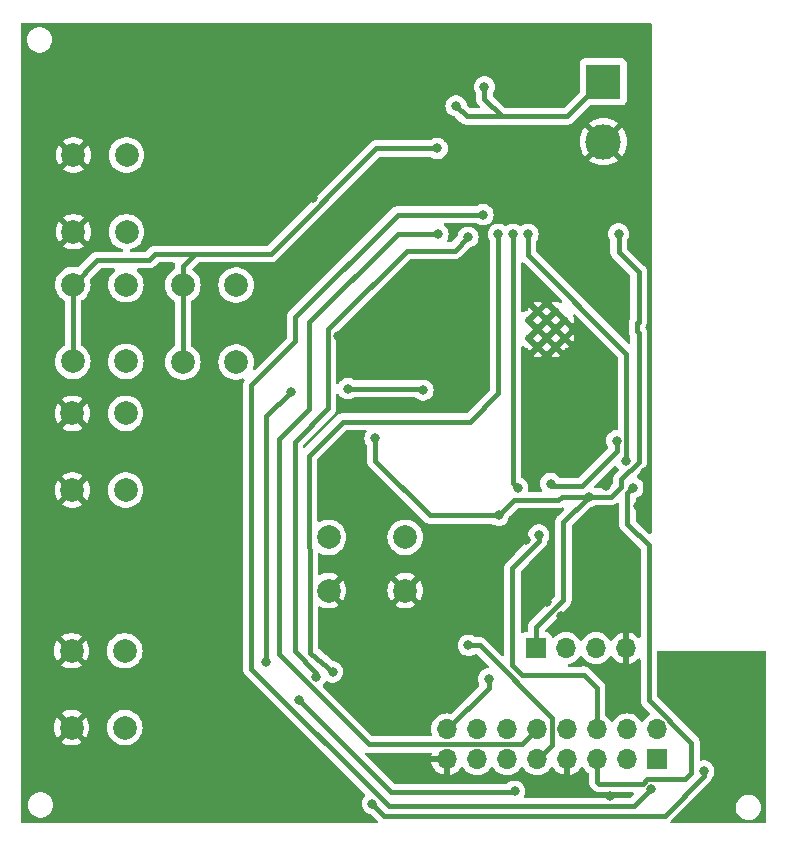
<source format=gbr>
%TF.GenerationSoftware,KiCad,Pcbnew,7.0.1*%
%TF.CreationDate,2023-04-20T18:11:54+02:00*%
%TF.ProjectId,PCB_Tetris,5043425f-5465-4747-9269-732e6b696361,rev?*%
%TF.SameCoordinates,Original*%
%TF.FileFunction,Copper,L2,Bot*%
%TF.FilePolarity,Positive*%
%FSLAX46Y46*%
G04 Gerber Fmt 4.6, Leading zero omitted, Abs format (unit mm)*
G04 Created by KiCad (PCBNEW 7.0.1) date 2023-04-20 18:11:54*
%MOMM*%
%LPD*%
G01*
G04 APERTURE LIST*
%TA.AperFunction,ComponentPad*%
%ADD10C,2.000000*%
%TD*%
%TA.AperFunction,ComponentPad*%
%ADD11R,1.700000X1.700000*%
%TD*%
%TA.AperFunction,ComponentPad*%
%ADD12O,1.700000X1.700000*%
%TD*%
%TA.AperFunction,ComponentPad*%
%ADD13R,3.000000X3.000000*%
%TD*%
%TA.AperFunction,ComponentPad*%
%ADD14C,3.000000*%
%TD*%
%TA.AperFunction,HeatsinkPad*%
%ADD15C,0.600000*%
%TD*%
%TA.AperFunction,ViaPad*%
%ADD16C,0.800000*%
%TD*%
%TA.AperFunction,Conductor*%
%ADD17C,0.400000*%
%TD*%
%TA.AperFunction,Conductor*%
%ADD18C,0.250000*%
%TD*%
G04 APERTURE END LIST*
D10*
%TO.P,FASTDROP1,1,1*%
%TO.N,+3.3V*%
X49850000Y-91925000D03*
X49850000Y-85425000D03*
%TO.P,FASTDROP1,2,2*%
%TO.N,GPIO35*%
X54350000Y-91925000D03*
X54350000Y-85425000D03*
%TD*%
%TO.P,HARDDROP1,1,1*%
%TO.N,GND*%
X49750000Y-122925000D03*
X49750000Y-116425000D03*
%TO.P,HARDDROP1,2,2*%
%TO.N,GPIO4*%
X54250000Y-122925000D03*
X54250000Y-116425000D03*
%TD*%
%TO.P,RECHTS1,1,1*%
%TO.N,GND*%
X49825000Y-102825000D03*
X49825000Y-96325000D03*
%TO.P,RECHTS1,2,2*%
%TO.N,GPIO19*%
X54325000Y-102825000D03*
X54325000Y-96325000D03*
%TD*%
%TO.P,ROTATE1,1,1*%
%TO.N,+3.3V*%
X59175000Y-91975000D03*
X59175000Y-85475000D03*
%TO.P,ROTATE1,2,2*%
%TO.N,GPIO2*%
X63675000Y-91975000D03*
X63675000Y-85475000D03*
%TD*%
%TO.P,RESET1,1,1*%
%TO.N,GND*%
X78000000Y-111325000D03*
X71500000Y-111325000D03*
%TO.P,RESET1,2,2*%
%TO.N,GPIO0*%
X78000000Y-106825000D03*
X71500000Y-106825000D03*
%TD*%
%TO.P,LINKS1,1,1*%
%TO.N,GND*%
X49900000Y-80950000D03*
X49900000Y-74450000D03*
%TO.P,LINKS1,2,2*%
%TO.N,GPIO13*%
X54400000Y-80950000D03*
X54400000Y-74450000D03*
%TD*%
D11*
%TO.P,Prog1,1,Pin_1*%
%TO.N,+3.3V*%
X89075000Y-116200000D03*
D12*
%TO.P,Prog1,2,Pin_2*%
%TO.N,RX0*%
X91615000Y-116200000D03*
%TO.P,Prog1,3,Pin_3*%
%TO.N,TX0*%
X94155000Y-116200000D03*
%TO.P,Prog1,4,Pin_4*%
%TO.N,GND*%
X96695000Y-116200000D03*
%TD*%
D13*
%TO.P,Kroonsteen1,1,Pin_1*%
%TO.N,VDD*%
X94775000Y-68245000D03*
D14*
%TO.P,Kroonsteen1,2,Pin_2*%
%TO.N,GND*%
X94775000Y-73325000D03*
%TD*%
D11*
%TO.P,J1,1,Pin_1*%
%TO.N,GPIO26*%
X99325000Y-125615000D03*
D12*
%TO.P,J1,2,Pin_2*%
%TO.N,GPIO25*%
X99325000Y-123075000D03*
%TO.P,J1,3,Pin_3*%
%TO.N,GND*%
X96785000Y-125615000D03*
%TO.P,J1,4,Pin_4*%
%TO.N,GPIO27*%
X96785000Y-123075000D03*
%TO.P,J1,5,Pin_5*%
%TO.N,GPIO22*%
X94245000Y-125615000D03*
%TO.P,J1,6,Pin_6*%
%TO.N,GPIO21*%
X94245000Y-123075000D03*
%TO.P,J1,7,Pin_7*%
%TO.N,GND*%
X91705000Y-125615000D03*
%TO.P,J1,8,Pin_8*%
%TO.N,GPIO23*%
X91705000Y-123075000D03*
%TO.P,J1,9,Pin_9*%
%TO.N,GPIO16*%
X89165000Y-125615000D03*
%TO.P,J1,10,Pin_10*%
%TO.N,GPIO12*%
X89165000Y-123075000D03*
%TO.P,J1,11,Pin_11*%
%TO.N,GPIO18*%
X86625000Y-125615000D03*
%TO.P,J1,12,Pin_12*%
%TO.N,GPIO17*%
X86625000Y-123075000D03*
%TO.P,J1,13,Pin_13*%
%TO.N,GPIO32*%
X84085000Y-125615000D03*
%TO.P,J1,14,Pin_14*%
%TO.N,GPIO15*%
X84085000Y-123075000D03*
%TO.P,J1,15,Pin_15*%
%TO.N,GND*%
X81545000Y-125615000D03*
%TO.P,J1,16,Pin_16*%
%TO.N,GPIO33*%
X81545000Y-123075000D03*
%TD*%
D15*
%TO.P,ESP32,39,GND*%
%TO.N,GND*%
X90728300Y-87678800D03*
X89203300Y-87678800D03*
X91490800Y-88441300D03*
X89965800Y-88441300D03*
X88440800Y-88441300D03*
X90728300Y-89203800D03*
X89203300Y-89203800D03*
X91490800Y-89966300D03*
X89965800Y-89966300D03*
X88440800Y-89966300D03*
X90728300Y-90728800D03*
X89203300Y-90728800D03*
%TD*%
D16*
%TO.N,GND*%
X78350000Y-72500000D03*
X94100000Y-64650000D03*
X98050000Y-77400000D03*
X91175000Y-78325000D03*
X68075000Y-75325000D03*
X71650000Y-82125000D03*
X67275000Y-85325000D03*
X56825000Y-94050000D03*
X47300000Y-94500000D03*
X59275000Y-110800000D03*
X104750000Y-119125000D03*
X96100000Y-119575000D03*
X82475000Y-118225000D03*
X77450000Y-125775000D03*
X98325000Y-101275000D03*
X97675000Y-104200000D03*
%TO.N,+3.3V*%
X80700000Y-73900000D03*
%TO.N,GND*%
X67825000Y-67475000D03*
%TO.N,+3.3V*%
X93522800Y-103378000D03*
X85902800Y-104952800D03*
X75438000Y-98450400D03*
X96062800Y-81127600D03*
%TO.N,GND*%
X91225000Y-113475000D03*
X94234000Y-85598000D03*
X83947000Y-89281000D03*
X82536300Y-112725000D03*
X68199000Y-125984000D03*
X92837000Y-94742000D03*
X95300000Y-128725000D03*
X102100000Y-119225000D03*
X95325000Y-93050000D03*
X62191000Y-103873000D03*
X62318000Y-78219000D03*
X105175000Y-124625000D03*
X72898000Y-98552000D03*
X77343000Y-86868000D03*
X76675000Y-69025000D03*
X95000000Y-102475000D03*
X89975000Y-112300000D03*
X75400000Y-112014000D03*
X72325000Y-89775000D03*
X74700000Y-71750000D03*
X94996000Y-108331000D03*
X92800000Y-127600500D03*
X60667000Y-84315000D03*
X52775000Y-97750000D03*
X88200000Y-107075000D03*
X52500000Y-109150000D03*
X58166000Y-125984000D03*
X74275000Y-115300000D03*
X62230000Y-118110000D03*
X57475000Y-68350000D03*
X70225000Y-78100000D03*
X94375000Y-104750000D03*
X80500000Y-109875000D03*
X77089000Y-115443000D03*
X88725000Y-110750000D03*
X85975000Y-79784298D03*
%TO.N,VDD*%
X84700000Y-68700000D03*
X82300000Y-70287500D03*
%TO.N,GPIO25*%
X103275000Y-126600000D03*
X71850000Y-118225000D03*
X85875000Y-81175000D03*
X75225000Y-129375000D03*
%TO.N,GPIO27*%
X69025000Y-120600000D03*
X70425000Y-118650000D03*
X83312000Y-81407000D03*
X87250000Y-128325500D03*
%TO.N,GPIO21*%
X89300000Y-106625000D03*
%TO.N,GPIO23*%
X95922500Y-98633800D03*
X90300000Y-102275000D03*
%TO.N,GPIO12*%
X80772000Y-81153000D03*
%TO.N,GPIO15*%
X79502000Y-94361000D03*
X73150000Y-94234000D03*
X66225000Y-117400000D03*
X68326000Y-94488000D03*
%TO.N,GPIO33*%
X87503000Y-102616000D03*
X87122000Y-81153000D03*
X85050000Y-118825000D03*
%TO.N,GPIO26*%
X98800000Y-128125000D03*
X84582000Y-79502000D03*
%TO.N,GPIO22*%
X97282000Y-102616000D03*
%TO.N,GPIO16*%
X83335800Y-115960800D03*
%TO.N,GPIO32*%
X88392000Y-81153000D03*
X96647000Y-100330000D03*
%TD*%
D17*
%TO.N,GND*%
X98325000Y-103550000D02*
X98325000Y-101275000D01*
X97675000Y-104200000D02*
X98325000Y-103550000D01*
%TO.N,GPIO22*%
X94245000Y-127520000D02*
X94245000Y-125615000D01*
X94400000Y-127675000D02*
X94245000Y-127520000D01*
X98118629Y-127675000D02*
X94400000Y-127675000D01*
X98468629Y-127325000D02*
X98118629Y-127675000D01*
X98625000Y-120600000D02*
X102225000Y-124200000D01*
X102225000Y-124200000D02*
X102225000Y-126800000D01*
X98625000Y-107500000D02*
X98625000Y-120600000D01*
X101700000Y-127325000D02*
X98468629Y-127325000D01*
X96800000Y-103098000D02*
X96800000Y-105675000D01*
X97282000Y-102616000D02*
X96800000Y-103098000D01*
X96800000Y-105675000D02*
X98625000Y-107500000D01*
X102225000Y-126800000D02*
X101700000Y-127325000D01*
%TO.N,+3.3V*%
X56275000Y-83350000D02*
X51925000Y-83350000D01*
X56775000Y-82850000D02*
X56275000Y-83350000D01*
X51925000Y-83350000D02*
X49850000Y-85425000D01*
X60175000Y-82850000D02*
X56775000Y-82850000D01*
X59175000Y-85475000D02*
X59175000Y-91975000D01*
X66606371Y-82850000D02*
X60175000Y-82850000D01*
X59175000Y-83850000D02*
X59175000Y-85475000D01*
X75556371Y-73900000D02*
X66606371Y-82850000D01*
X80700000Y-73900000D02*
X75556371Y-73900000D01*
X60175000Y-82850000D02*
X59175000Y-83850000D01*
X49850000Y-91925000D02*
X49850000Y-85425000D01*
X90938129Y-103675000D02*
X87180600Y-103675000D01*
X97625000Y-88695629D02*
X97750000Y-88570629D01*
X87180600Y-103675000D02*
X85902800Y-104952800D01*
X96300000Y-101921600D02*
X97750000Y-100471600D01*
X80060800Y-104952800D02*
X85902800Y-104952800D01*
X89075000Y-116200000D02*
X89075000Y-114450000D01*
X95447000Y-103378000D02*
X96300000Y-102525000D01*
X75438000Y-100330000D02*
X80060800Y-104952800D01*
X91375000Y-105525800D02*
X93522800Y-103378000D01*
X96300000Y-102525000D02*
X96300000Y-101921600D01*
X91375000Y-112150000D02*
X91375000Y-105525800D01*
X91235129Y-103378000D02*
X90938129Y-103675000D01*
X97750000Y-84338800D02*
X96062800Y-82651600D01*
X93522800Y-103378000D02*
X91235129Y-103378000D01*
X97750000Y-100471600D02*
X97750000Y-89483371D01*
X96062800Y-82651600D02*
X96062800Y-81127600D01*
X93522800Y-103378000D02*
X95447000Y-103378000D01*
X89075000Y-114450000D02*
X91375000Y-112150000D01*
X97750000Y-89483371D02*
X97625000Y-89358371D01*
X97750000Y-88570629D02*
X97750000Y-84338800D01*
X75438000Y-98450400D02*
X75438000Y-100330000D01*
X97625000Y-89358371D02*
X97625000Y-88695629D01*
%TO.N,VDD*%
X86175000Y-71175000D02*
X84700000Y-69700000D01*
X94775000Y-68245000D02*
X94655000Y-68245000D01*
X94655000Y-68245000D02*
X92475000Y-70425000D01*
X84700000Y-69700000D02*
X84700000Y-68700000D01*
X86175000Y-71175000D02*
X91725000Y-71175000D01*
X83187500Y-71175000D02*
X86175000Y-71175000D01*
X91725000Y-71175000D02*
X92475000Y-70425000D01*
X82300000Y-70287500D02*
X83187500Y-71175000D01*
%TO.N,GPIO25*%
X72700000Y-97025000D02*
X69825000Y-99900000D01*
X85875000Y-94600000D02*
X83450000Y-97025000D01*
X85875000Y-81175000D02*
X85875000Y-94600000D01*
X69825000Y-99900000D02*
X69925000Y-115400000D01*
X103275000Y-126600000D02*
X103275000Y-127050000D01*
X76225000Y-130375000D02*
X75225000Y-129375000D01*
X83450000Y-97025000D02*
X72700000Y-97025000D01*
X69925000Y-116575000D02*
X71850000Y-118225000D01*
X99950000Y-130375000D02*
X76225000Y-130375000D01*
X103275000Y-127050000D02*
X99950000Y-130375000D01*
X69925000Y-115400000D02*
X69925000Y-116575000D01*
%TO.N,GPIO27*%
X68625000Y-116475000D02*
X68625000Y-115700000D01*
X72216695Y-88429000D02*
X71792000Y-88853695D01*
X71450000Y-95900000D02*
X68625000Y-98725000D01*
X72226000Y-88429000D02*
X72216695Y-88429000D01*
X76800000Y-128375000D02*
X69025000Y-120600000D01*
X78105000Y-82550000D02*
X72226000Y-88429000D01*
X82169000Y-82550000D02*
X78105000Y-82550000D01*
D18*
X70425000Y-118650000D02*
X70425000Y-118275000D01*
D17*
X83312000Y-81407000D02*
X82169000Y-82550000D01*
X87200500Y-128375000D02*
X76800000Y-128375000D01*
X71792000Y-88853695D02*
X71792000Y-88863000D01*
X87250000Y-128325500D02*
X87200500Y-128375000D01*
X68625000Y-98725000D02*
X68625000Y-115700000D01*
X71792000Y-88863000D02*
X71450000Y-89205000D01*
X70425000Y-118275000D02*
X68625000Y-116475000D01*
X71450000Y-89205000D02*
X71450000Y-95900000D01*
%TO.N,GPIO21*%
X89300000Y-106625000D02*
X89300000Y-107169000D01*
X87825000Y-108644000D02*
X87825000Y-108675000D01*
X87925000Y-118475000D02*
X93100000Y-118475000D01*
X93125000Y-118450000D02*
X94245000Y-119570000D01*
X87075000Y-109425000D02*
X87075000Y-117625000D01*
X87825000Y-108675000D02*
X87075000Y-109425000D01*
X89300000Y-107169000D02*
X87825000Y-108644000D01*
X94245000Y-119570000D02*
X94245000Y-123075000D01*
X87075000Y-117625000D02*
X87925000Y-118475000D01*
X93100000Y-118475000D02*
X93125000Y-118450000D01*
%TO.N,GPIO23*%
X90514000Y-102489000D02*
X92964000Y-102489000D01*
X95922500Y-99530500D02*
X95922500Y-98633800D01*
X90300000Y-102275000D02*
X90514000Y-102489000D01*
X92964000Y-102489000D02*
X95922500Y-99530500D01*
%TO.N,GPIO12*%
X69875000Y-95950000D02*
X67300000Y-98525000D01*
X67300000Y-98525000D02*
X67300000Y-116700000D01*
X69875000Y-88621000D02*
X69875000Y-95950000D01*
X77343000Y-81153000D02*
X69875000Y-88621000D01*
X87890000Y-124350000D02*
X89165000Y-123075000D01*
X80772000Y-81153000D02*
X77343000Y-81153000D01*
X67300000Y-116700000D02*
X74950000Y-124350000D01*
X74950000Y-124350000D02*
X87890000Y-124350000D01*
%TO.N,GPIO15*%
X66225000Y-96589000D02*
X68326000Y-94488000D01*
X66225000Y-117400000D02*
X66225000Y-96589000D01*
X73150000Y-94234000D02*
X79375000Y-94234000D01*
X79375000Y-94234000D02*
X79502000Y-94361000D01*
%TO.N,GPIO33*%
X85050000Y-119570000D02*
X81545000Y-123075000D01*
X85050000Y-118825000D02*
X85050000Y-119570000D01*
X87503000Y-102616000D02*
X87122000Y-102235000D01*
X87122000Y-102235000D02*
X87122000Y-81153000D01*
%TO.N,GPIO26*%
X64975000Y-93925000D02*
X68700000Y-90200000D01*
X76581371Y-129600000D02*
X64975000Y-117993629D01*
X64975000Y-117993629D02*
X64975000Y-93925000D01*
X77343000Y-79502000D02*
X84582000Y-79502000D01*
X68700000Y-90200000D02*
X68700000Y-88145000D01*
X97325000Y-129600000D02*
X76581371Y-129600000D01*
X98800000Y-128125000D02*
X97325000Y-129600000D01*
X68700000Y-88145000D02*
X77343000Y-79502000D01*
%TO.N,GPIO16*%
X89235000Y-125615000D02*
X89165000Y-125615000D01*
X90415000Y-122090000D02*
X90415000Y-124435000D01*
X90415000Y-124435000D02*
X89235000Y-125615000D01*
X83335800Y-115960800D02*
X84285800Y-115960800D01*
X84285800Y-115960800D02*
X90415000Y-122090000D01*
%TO.N,GPIO32*%
X96725000Y-91264000D02*
X96725000Y-100252000D01*
X96725000Y-100252000D02*
X96647000Y-100330000D01*
X88392000Y-82931000D02*
X96725000Y-91264000D01*
X88392000Y-81153000D02*
X88392000Y-82931000D01*
%TD*%
%TA.AperFunction,Conductor*%
%TO.N,GND*%
G36*
X108513000Y-116440413D02*
G01*
X108558387Y-116485800D01*
X108575000Y-116547800D01*
X108575000Y-130926000D01*
X108558387Y-130988000D01*
X108513000Y-131033387D01*
X108451000Y-131050000D01*
X100565018Y-131050000D01*
X100508723Y-131036485D01*
X100464700Y-130998885D01*
X100442545Y-130945398D01*
X100447087Y-130887682D01*
X100477337Y-130838319D01*
X101640656Y-129675000D01*
X105969880Y-129675000D01*
X105988315Y-129873957D01*
X106042995Y-130066134D01*
X106132054Y-130244991D01*
X106252468Y-130404445D01*
X106400126Y-130539053D01*
X106570008Y-130644239D01*
X106738948Y-130709686D01*
X106756321Y-130716417D01*
X106952726Y-130753131D01*
X107152532Y-130753131D01*
X107152534Y-130753131D01*
X107348939Y-130716417D01*
X107473148Y-130668297D01*
X107535251Y-130644239D01*
X107543377Y-130639208D01*
X107705133Y-130539053D01*
X107852792Y-130404444D01*
X107973203Y-130244994D01*
X107973203Y-130244992D01*
X107973205Y-130244991D01*
X108062264Y-130066134D01*
X108116944Y-129873957D01*
X108119826Y-129842849D01*
X108135380Y-129675000D01*
X108116944Y-129476045D01*
X108116944Y-129476042D01*
X108062264Y-129283865D01*
X107973205Y-129105008D01*
X107852791Y-128945554D01*
X107705133Y-128810946D01*
X107535251Y-128705760D01*
X107348943Y-128633584D01*
X107348940Y-128633583D01*
X107348939Y-128633583D01*
X107152534Y-128596869D01*
X106952726Y-128596869D01*
X106756321Y-128633583D01*
X106756316Y-128633584D01*
X106570008Y-128705760D01*
X106400126Y-128810946D01*
X106252468Y-128945554D01*
X106132054Y-129105008D01*
X106042995Y-129283865D01*
X105988315Y-129476042D01*
X105969880Y-129675000D01*
X101640656Y-129675000D01*
X102039984Y-129275672D01*
X103752731Y-127562924D01*
X103758150Y-127557823D01*
X103803183Y-127517929D01*
X103837355Y-127468420D01*
X103841775Y-127462413D01*
X103878878Y-127415057D01*
X103883035Y-127405819D01*
X103894060Y-127386270D01*
X103899818Y-127377930D01*
X103921152Y-127321673D01*
X103923996Y-127314808D01*
X103948695Y-127259932D01*
X103950522Y-127249958D01*
X103956549Y-127228338D01*
X103960140Y-127218872D01*
X103960191Y-127218450D01*
X103970415Y-127182053D01*
X103991135Y-127150426D01*
X104007533Y-127132216D01*
X104102179Y-126968284D01*
X104160674Y-126788256D01*
X104180460Y-126600000D01*
X104160674Y-126411744D01*
X104111869Y-126261539D01*
X104102179Y-126231715D01*
X104007533Y-126067783D01*
X103880870Y-125927110D01*
X103727730Y-125815848D01*
X103554802Y-125738855D01*
X103369648Y-125699500D01*
X103369646Y-125699500D01*
X103180354Y-125699500D01*
X103180351Y-125699500D01*
X103075280Y-125721833D01*
X103020552Y-125721117D01*
X102971464Y-125696909D01*
X102937579Y-125653926D01*
X102925500Y-125600543D01*
X102925500Y-124224921D01*
X102925726Y-124217434D01*
X102927659Y-124185474D01*
X102929358Y-124157394D01*
X102918507Y-124098185D01*
X102917390Y-124090841D01*
X102910140Y-124031128D01*
X102906547Y-124021656D01*
X102900522Y-124000044D01*
X102898695Y-123990069D01*
X102874009Y-123935220D01*
X102871152Y-123928326D01*
X102849818Y-123872070D01*
X102849816Y-123872068D01*
X102849816Y-123872066D01*
X102844062Y-123863731D01*
X102833033Y-123844177D01*
X102828878Y-123834944D01*
X102791780Y-123787591D01*
X102787352Y-123781573D01*
X102753184Y-123732072D01*
X102741787Y-123721975D01*
X102708153Y-123692178D01*
X102702715Y-123687058D01*
X99361819Y-120346162D01*
X99334939Y-120305934D01*
X99325500Y-120258481D01*
X99325500Y-116547800D01*
X99342113Y-116485800D01*
X99387500Y-116440413D01*
X99449500Y-116423800D01*
X108451000Y-116423800D01*
X108513000Y-116440413D01*
G37*
%TD.AperFunction*%
%TA.AperFunction,Conductor*%
G36*
X98793800Y-63270113D02*
G01*
X98839187Y-63315500D01*
X98855800Y-63377500D01*
X98855800Y-106440781D01*
X98842285Y-106497076D01*
X98804685Y-106541099D01*
X98751198Y-106563254D01*
X98693482Y-106558712D01*
X98644119Y-106528462D01*
X97536819Y-105421162D01*
X97509939Y-105380934D01*
X97500500Y-105333481D01*
X97500500Y-103584965D01*
X97509529Y-103538514D01*
X97535302Y-103498828D01*
X97574064Y-103471686D01*
X97734730Y-103400151D01*
X97887870Y-103288889D01*
X98014533Y-103148216D01*
X98109179Y-102984284D01*
X98132503Y-102912500D01*
X98167674Y-102804256D01*
X98187460Y-102616000D01*
X98167674Y-102427744D01*
X98109179Y-102247716D01*
X98109179Y-102247715D01*
X98014533Y-102083783D01*
X97887870Y-101943110D01*
X97734732Y-101831849D01*
X97676351Y-101805857D01*
X97654383Y-101796076D01*
X97607441Y-101759565D01*
X97582896Y-101705394D01*
X97586398Y-101646026D01*
X97617137Y-101595118D01*
X98227731Y-100984524D01*
X98233150Y-100979423D01*
X98278183Y-100939529D01*
X98312377Y-100889989D01*
X98316770Y-100884019D01*
X98353878Y-100836656D01*
X98358035Y-100827418D01*
X98369061Y-100807868D01*
X98374818Y-100799530D01*
X98396152Y-100743274D01*
X98398994Y-100736411D01*
X98423695Y-100681531D01*
X98425522Y-100671556D01*
X98431549Y-100649939D01*
X98435140Y-100640472D01*
X98442387Y-100580779D01*
X98443514Y-100573377D01*
X98449643Y-100539932D01*
X98454358Y-100514206D01*
X98450726Y-100454166D01*
X98450500Y-100446679D01*
X98450500Y-89508292D01*
X98450726Y-89500805D01*
X98452738Y-89467543D01*
X98454358Y-89440765D01*
X98443507Y-89381556D01*
X98442390Y-89374212D01*
X98435140Y-89314499D01*
X98431547Y-89305027D01*
X98425522Y-89283415D01*
X98423695Y-89273440D01*
X98399009Y-89218591D01*
X98396152Y-89211697D01*
X98374818Y-89155441D01*
X98374816Y-89155439D01*
X98374816Y-89155437D01*
X98369062Y-89147102D01*
X98358032Y-89127546D01*
X98353878Y-89118315D01*
X98351890Y-89115778D01*
X98332283Y-89079753D01*
X98325500Y-89039303D01*
X98325500Y-89014697D01*
X98332282Y-88974249D01*
X98351888Y-88938226D01*
X98353005Y-88936799D01*
X98353878Y-88935685D01*
X98358035Y-88926447D01*
X98369061Y-88906897D01*
X98374818Y-88898559D01*
X98396152Y-88842303D01*
X98398994Y-88835440D01*
X98423695Y-88780560D01*
X98425522Y-88770585D01*
X98431549Y-88748968D01*
X98435140Y-88739501D01*
X98442387Y-88679808D01*
X98443514Y-88672406D01*
X98447066Y-88653023D01*
X98454358Y-88613235D01*
X98450726Y-88553195D01*
X98450500Y-88545708D01*
X98450500Y-84363710D01*
X98450726Y-84356223D01*
X98450793Y-84355103D01*
X98454357Y-84296194D01*
X98443509Y-84237001D01*
X98442392Y-84229656D01*
X98435140Y-84169928D01*
X98431546Y-84160452D01*
X98425520Y-84138836D01*
X98423694Y-84128868D01*
X98398997Y-84073995D01*
X98396155Y-84067134D01*
X98374818Y-84010870D01*
X98369058Y-84002526D01*
X98358039Y-83982990D01*
X98353878Y-83973743D01*
X98347365Y-83965430D01*
X98316785Y-83926396D01*
X98312354Y-83920377D01*
X98278183Y-83870871D01*
X98233153Y-83830978D01*
X98227715Y-83825858D01*
X96799619Y-82397762D01*
X96772739Y-82357534D01*
X96763300Y-82310081D01*
X96763300Y-81742992D01*
X96771536Y-81698555D01*
X96795150Y-81660020D01*
X96795333Y-81659816D01*
X96889979Y-81495884D01*
X96908500Y-81438882D01*
X96948474Y-81315856D01*
X96968260Y-81127600D01*
X96948474Y-80939344D01*
X96889979Y-80759316D01*
X96889979Y-80759315D01*
X96795333Y-80595383D01*
X96668670Y-80454710D01*
X96515530Y-80343448D01*
X96342602Y-80266455D01*
X96157448Y-80227100D01*
X96157446Y-80227100D01*
X95968154Y-80227100D01*
X95968152Y-80227100D01*
X95782997Y-80266455D01*
X95610069Y-80343448D01*
X95456929Y-80454710D01*
X95330266Y-80595383D01*
X95235620Y-80759315D01*
X95177126Y-80939342D01*
X95174456Y-80964744D01*
X95157340Y-81127600D01*
X95160010Y-81153000D01*
X95177126Y-81315857D01*
X95235620Y-81495884D01*
X95330266Y-81659816D01*
X95330450Y-81660020D01*
X95354064Y-81698555D01*
X95362300Y-81742992D01*
X95362300Y-82626679D01*
X95362074Y-82634166D01*
X95358441Y-82694207D01*
X95369283Y-82753371D01*
X95370410Y-82760772D01*
X95377660Y-82820473D01*
X95381250Y-82829939D01*
X95387275Y-82851552D01*
X95389103Y-82861529D01*
X95413791Y-82916383D01*
X95416656Y-82923301D01*
X95437980Y-82979526D01*
X95437982Y-82979530D01*
X95443741Y-82987873D01*
X95454761Y-83007413D01*
X95458920Y-83016654D01*
X95458921Y-83016655D01*
X95458922Y-83016657D01*
X95471860Y-83033171D01*
X95496016Y-83064005D01*
X95500451Y-83070032D01*
X95534617Y-83119529D01*
X95579647Y-83159422D01*
X95585083Y-83164540D01*
X97013181Y-84592638D01*
X97040061Y-84632866D01*
X97049500Y-84680319D01*
X97049500Y-88251560D01*
X97042717Y-88292010D01*
X97023110Y-88328034D01*
X97021122Y-88330571D01*
X97016963Y-88339812D01*
X97005939Y-88359357D01*
X97000182Y-88367697D01*
X96978853Y-88423934D01*
X96975989Y-88430848D01*
X96951303Y-88485699D01*
X96949475Y-88495676D01*
X96943454Y-88517277D01*
X96939859Y-88526757D01*
X96932609Y-88586456D01*
X96931483Y-88593855D01*
X96920641Y-88653020D01*
X96924274Y-88713063D01*
X96924500Y-88720550D01*
X96924500Y-89333450D01*
X96924274Y-89340937D01*
X96920641Y-89400978D01*
X96931483Y-89460142D01*
X96932610Y-89467543D01*
X96939860Y-89527244D01*
X96943450Y-89536710D01*
X96949475Y-89558323D01*
X96951303Y-89568300D01*
X96975991Y-89623154D01*
X96978856Y-89630072D01*
X97000180Y-89686297D01*
X97000182Y-89686301D01*
X97005941Y-89694644D01*
X97016961Y-89714184D01*
X97021120Y-89723425D01*
X97023110Y-89725965D01*
X97042717Y-89761989D01*
X97049500Y-89802439D01*
X97049500Y-90298482D01*
X97035985Y-90354777D01*
X96998385Y-90398800D01*
X96944898Y-90420955D01*
X96887182Y-90416413D01*
X96837819Y-90386163D01*
X93034396Y-86582740D01*
X89128819Y-82677162D01*
X89101939Y-82636934D01*
X89092500Y-82589481D01*
X89092500Y-81768392D01*
X89100736Y-81723955D01*
X89124350Y-81685420D01*
X89124533Y-81685216D01*
X89219179Y-81521284D01*
X89245953Y-81438882D01*
X89277674Y-81341256D01*
X89297460Y-81153000D01*
X89277674Y-80964744D01*
X89247332Y-80871363D01*
X89219179Y-80784715D01*
X89124533Y-80620783D01*
X88997870Y-80480110D01*
X88844730Y-80368848D01*
X88671802Y-80291855D01*
X88486648Y-80252500D01*
X88486646Y-80252500D01*
X88297354Y-80252500D01*
X88297352Y-80252500D01*
X88112197Y-80291855D01*
X87939269Y-80368848D01*
X87829885Y-80448320D01*
X87782781Y-80469292D01*
X87731219Y-80469292D01*
X87684115Y-80448320D01*
X87574730Y-80368848D01*
X87401802Y-80291855D01*
X87216648Y-80252500D01*
X87216646Y-80252500D01*
X87027354Y-80252500D01*
X87027352Y-80252500D01*
X86842197Y-80291855D01*
X86669272Y-80368846D01*
X86556244Y-80450966D01*
X86509140Y-80471937D01*
X86457578Y-80471937D01*
X86410474Y-80450965D01*
X86327730Y-80390848D01*
X86154802Y-80313855D01*
X85969648Y-80274500D01*
X85969646Y-80274500D01*
X85780354Y-80274500D01*
X85780352Y-80274500D01*
X85595197Y-80313855D01*
X85422269Y-80390848D01*
X85269129Y-80502110D01*
X85142466Y-80642783D01*
X85047820Y-80806715D01*
X84989326Y-80986742D01*
X84969540Y-81175000D01*
X84989326Y-81363257D01*
X85047820Y-81543284D01*
X85142466Y-81707216D01*
X85142650Y-81707420D01*
X85166264Y-81745955D01*
X85174500Y-81790392D01*
X85174500Y-94258481D01*
X85165061Y-94305934D01*
X85138181Y-94346162D01*
X83196162Y-96288181D01*
X83155934Y-96315061D01*
X83108481Y-96324500D01*
X72724921Y-96324500D01*
X72717434Y-96324274D01*
X72657391Y-96320641D01*
X72598226Y-96331483D01*
X72590827Y-96332609D01*
X72531128Y-96339859D01*
X72521648Y-96343454D01*
X72500047Y-96349475D01*
X72490070Y-96351303D01*
X72435219Y-96375989D01*
X72428305Y-96378853D01*
X72372069Y-96400182D01*
X72363725Y-96405941D01*
X72344186Y-96416961D01*
X72334942Y-96421121D01*
X72287597Y-96458213D01*
X72281568Y-96462649D01*
X72232070Y-96496816D01*
X72192183Y-96541838D01*
X72187051Y-96547290D01*
X69537181Y-99197161D01*
X69487818Y-99227411D01*
X69430102Y-99231953D01*
X69376615Y-99209798D01*
X69339015Y-99165775D01*
X69325500Y-99109480D01*
X69325500Y-99066519D01*
X69334939Y-99019066D01*
X69361819Y-98978838D01*
X69895115Y-98445542D01*
X71927731Y-96412924D01*
X71933151Y-96407822D01*
X71978183Y-96367929D01*
X72012358Y-96318416D01*
X72016779Y-96312407D01*
X72053877Y-96265057D01*
X72058033Y-96255820D01*
X72069058Y-96236273D01*
X72074818Y-96227930D01*
X72096154Y-96171668D01*
X72099014Y-96164766D01*
X72104781Y-96151954D01*
X72123694Y-96109932D01*
X72125519Y-96099970D01*
X72131545Y-96078348D01*
X72135140Y-96068872D01*
X72142389Y-96009165D01*
X72143516Y-96001762D01*
X72154357Y-95942606D01*
X72150726Y-95882577D01*
X72150500Y-95875090D01*
X72150500Y-94766590D01*
X72167113Y-94704590D01*
X72212500Y-94659203D01*
X72274500Y-94642590D01*
X72336500Y-94659203D01*
X72381887Y-94704590D01*
X72417466Y-94766216D01*
X72544129Y-94906889D01*
X72697269Y-95018151D01*
X72870197Y-95095144D01*
X73055352Y-95134500D01*
X73055354Y-95134500D01*
X73244646Y-95134500D01*
X73244648Y-95134500D01*
X73368084Y-95108262D01*
X73429803Y-95095144D01*
X73602730Y-95018151D01*
X73685271Y-94958181D01*
X73719838Y-94940569D01*
X73758156Y-94934500D01*
X78751430Y-94934500D01*
X78801865Y-94945220D01*
X78843579Y-94975527D01*
X78896129Y-95033888D01*
X79049269Y-95145151D01*
X79222197Y-95222144D01*
X79407352Y-95261500D01*
X79407354Y-95261500D01*
X79596646Y-95261500D01*
X79596648Y-95261500D01*
X79720083Y-95235262D01*
X79781803Y-95222144D01*
X79954730Y-95145151D01*
X80014965Y-95101388D01*
X80107870Y-95033889D01*
X80234533Y-94893216D01*
X80329179Y-94729284D01*
X80351950Y-94659203D01*
X80387674Y-94549256D01*
X80407460Y-94361000D01*
X80387674Y-94172744D01*
X80329179Y-93992716D01*
X80329179Y-93992715D01*
X80234533Y-93828783D01*
X80107870Y-93688110D01*
X79954730Y-93576848D01*
X79781802Y-93499855D01*
X79596648Y-93460500D01*
X79596646Y-93460500D01*
X79407354Y-93460500D01*
X79407352Y-93460500D01*
X79222197Y-93499855D01*
X79170711Y-93522779D01*
X79120275Y-93533500D01*
X73758156Y-93533500D01*
X73719838Y-93527431D01*
X73685270Y-93509818D01*
X73671558Y-93499856D01*
X73602730Y-93449849D01*
X73602729Y-93449848D01*
X73602727Y-93449847D01*
X73429802Y-93372855D01*
X73244648Y-93333500D01*
X73244646Y-93333500D01*
X73055354Y-93333500D01*
X73055352Y-93333500D01*
X72870197Y-93372855D01*
X72697269Y-93449848D01*
X72544129Y-93561110D01*
X72417466Y-93701783D01*
X72381887Y-93763410D01*
X72336500Y-93808797D01*
X72274500Y-93825410D01*
X72212500Y-93808797D01*
X72167113Y-93763410D01*
X72150500Y-93701410D01*
X72150500Y-89546520D01*
X72159939Y-89499068D01*
X72186818Y-89458840D01*
X72269722Y-89375934D01*
X72275159Y-89370815D01*
X72320183Y-89330929D01*
X72346682Y-89292536D01*
X72361036Y-89275314D01*
X72638314Y-88998036D01*
X72655536Y-88983682D01*
X72693929Y-88957183D01*
X72733822Y-88912151D01*
X72738924Y-88906731D01*
X78358837Y-83286819D01*
X78399065Y-83259939D01*
X78446518Y-83250500D01*
X82144079Y-83250500D01*
X82151566Y-83250726D01*
X82154706Y-83250915D01*
X82211606Y-83254358D01*
X82270782Y-83243513D01*
X82278181Y-83242387D01*
X82337872Y-83235140D01*
X82347335Y-83231550D01*
X82368958Y-83225522D01*
X82378932Y-83223695D01*
X82433808Y-83198996D01*
X82440673Y-83196152D01*
X82496930Y-83174818D01*
X82505270Y-83169060D01*
X82524819Y-83158035D01*
X82534057Y-83153878D01*
X82581413Y-83116775D01*
X82587420Y-83112355D01*
X82636929Y-83078183D01*
X82676823Y-83033150D01*
X82681924Y-83027731D01*
X83374975Y-82334681D01*
X83403486Y-82313391D01*
X83436872Y-82301075D01*
X83591803Y-82268144D01*
X83764730Y-82191151D01*
X83800917Y-82164860D01*
X83917870Y-82079889D01*
X83927097Y-82069642D01*
X84044533Y-81939216D01*
X84139179Y-81775284D01*
X84197674Y-81595256D01*
X84217460Y-81407000D01*
X84197674Y-81218744D01*
X84139179Y-81038716D01*
X84139179Y-81038715D01*
X84044533Y-80874783D01*
X83917870Y-80734110D01*
X83764730Y-80622848D01*
X83591802Y-80545855D01*
X83406648Y-80506500D01*
X83406646Y-80506500D01*
X83217354Y-80506500D01*
X83217352Y-80506500D01*
X83032197Y-80545855D01*
X82859269Y-80622848D01*
X82706129Y-80734110D01*
X82579466Y-80874783D01*
X82484820Y-81038715D01*
X82426325Y-81218746D01*
X82421134Y-81268129D01*
X82409734Y-81308549D01*
X82385495Y-81342846D01*
X81915162Y-81813181D01*
X81874934Y-81840061D01*
X81827481Y-81849500D01*
X81624458Y-81849500D01*
X81562458Y-81832887D01*
X81517071Y-81787500D01*
X81500458Y-81725500D01*
X81517071Y-81663500D01*
X81599179Y-81521284D01*
X81625953Y-81438882D01*
X81657674Y-81341256D01*
X81677460Y-81153000D01*
X81657674Y-80964744D01*
X81627332Y-80871363D01*
X81599179Y-80784715D01*
X81504533Y-80620783D01*
X81377870Y-80480110D01*
X81304519Y-80426818D01*
X81265205Y-80379297D01*
X81253649Y-80318714D01*
X81272707Y-80260057D01*
X81317667Y-80217838D01*
X81377404Y-80202500D01*
X83973844Y-80202500D01*
X84012162Y-80208569D01*
X84046728Y-80226181D01*
X84129270Y-80286151D01*
X84129271Y-80286151D01*
X84129272Y-80286152D01*
X84302197Y-80363144D01*
X84487352Y-80402500D01*
X84487354Y-80402500D01*
X84676646Y-80402500D01*
X84676648Y-80402500D01*
X84800084Y-80376262D01*
X84861803Y-80363144D01*
X85034730Y-80286151D01*
X85070643Y-80260059D01*
X85187870Y-80174889D01*
X85314533Y-80034216D01*
X85409179Y-79870284D01*
X85455933Y-79726390D01*
X85467674Y-79690256D01*
X85487460Y-79502000D01*
X85467674Y-79313744D01*
X85409179Y-79133716D01*
X85409179Y-79133715D01*
X85314533Y-78969783D01*
X85187870Y-78829110D01*
X85034730Y-78717848D01*
X84861802Y-78640855D01*
X84676648Y-78601500D01*
X84676646Y-78601500D01*
X84487354Y-78601500D01*
X84487352Y-78601500D01*
X84302197Y-78640855D01*
X84129272Y-78717847D01*
X84046730Y-78777818D01*
X84012162Y-78795431D01*
X83973844Y-78801500D01*
X77367921Y-78801500D01*
X77360434Y-78801274D01*
X77300391Y-78797641D01*
X77241227Y-78808483D01*
X77233828Y-78809610D01*
X77174124Y-78816860D01*
X77164651Y-78820453D01*
X77143047Y-78826476D01*
X77133069Y-78828305D01*
X77078225Y-78852987D01*
X77071310Y-78855851D01*
X77015070Y-78877181D01*
X77006723Y-78882943D01*
X76987187Y-78893961D01*
X76977944Y-78898121D01*
X76930608Y-78935205D01*
X76924582Y-78939639D01*
X76875072Y-78973816D01*
X76835184Y-79018838D01*
X76830052Y-79024289D01*
X68222290Y-87632051D01*
X68216838Y-87637183D01*
X68171816Y-87677070D01*
X68137649Y-87726568D01*
X68133213Y-87732597D01*
X68096121Y-87779942D01*
X68091961Y-87789186D01*
X68080941Y-87808725D01*
X68075182Y-87817069D01*
X68053853Y-87873305D01*
X68050989Y-87880219D01*
X68026303Y-87935070D01*
X68024475Y-87945047D01*
X68018454Y-87966648D01*
X68014859Y-87976128D01*
X68007609Y-88035827D01*
X68006483Y-88043226D01*
X67995641Y-88102391D01*
X67999274Y-88162434D01*
X67999500Y-88169921D01*
X67999500Y-89858482D01*
X67990061Y-89905935D01*
X67963181Y-89946163D01*
X65294306Y-92615036D01*
X65235073Y-92648048D01*
X65167333Y-92644965D01*
X65111343Y-92606711D01*
X65083848Y-92544724D01*
X65093070Y-92477544D01*
X65099061Y-92463885D01*
X65099063Y-92463881D01*
X65160108Y-92222821D01*
X65180643Y-91975000D01*
X65160108Y-91727179D01*
X65099063Y-91486119D01*
X64999173Y-91258393D01*
X64863164Y-91050215D01*
X64694744Y-90867262D01*
X64630500Y-90817259D01*
X64498514Y-90714529D01*
X64498510Y-90714526D01*
X64498509Y-90714526D01*
X64279810Y-90596172D01*
X64279806Y-90596170D01*
X64279805Y-90596170D01*
X64044615Y-90515429D01*
X63799335Y-90474500D01*
X63550665Y-90474500D01*
X63305384Y-90515429D01*
X63070194Y-90596170D01*
X63070190Y-90596171D01*
X63070190Y-90596172D01*
X63066892Y-90597957D01*
X62851485Y-90714529D01*
X62655259Y-90867259D01*
X62486837Y-91050214D01*
X62350825Y-91258395D01*
X62272870Y-91436117D01*
X62250937Y-91486119D01*
X62242905Y-91517837D01*
X62189891Y-91727183D01*
X62169356Y-91975000D01*
X62189891Y-92222816D01*
X62189891Y-92222819D01*
X62189892Y-92222821D01*
X62250937Y-92463881D01*
X62286398Y-92544724D01*
X62350825Y-92691604D01*
X62350827Y-92691607D01*
X62486836Y-92899785D01*
X62655256Y-93082738D01*
X62655259Y-93082740D01*
X62851485Y-93235470D01*
X62851487Y-93235471D01*
X62851491Y-93235474D01*
X63070190Y-93353828D01*
X63305386Y-93434571D01*
X63550665Y-93475500D01*
X63799335Y-93475500D01*
X64044614Y-93434571D01*
X64229364Y-93371145D01*
X64292131Y-93366486D01*
X64349101Y-93393244D01*
X64385595Y-93444524D01*
X64392211Y-93507116D01*
X64375636Y-93545470D01*
X64377299Y-93546219D01*
X64366961Y-93569186D01*
X64355941Y-93588725D01*
X64350182Y-93597069D01*
X64328853Y-93653305D01*
X64325989Y-93660219D01*
X64301303Y-93715070D01*
X64299475Y-93725047D01*
X64293454Y-93746648D01*
X64289859Y-93756128D01*
X64282609Y-93815827D01*
X64281483Y-93823226D01*
X64270641Y-93882391D01*
X64274274Y-93942434D01*
X64274500Y-93949921D01*
X64274500Y-117968708D01*
X64274274Y-117976195D01*
X64270641Y-118036236D01*
X64281483Y-118095400D01*
X64282610Y-118102801D01*
X64289860Y-118162502D01*
X64293450Y-118171968D01*
X64299475Y-118193581D01*
X64301303Y-118203558D01*
X64325991Y-118258412D01*
X64328856Y-118265330D01*
X64342195Y-118300500D01*
X64350182Y-118321559D01*
X64355941Y-118329902D01*
X64366961Y-118349442D01*
X64371120Y-118358683D01*
X64408216Y-118406034D01*
X64412654Y-118412065D01*
X64443474Y-118456716D01*
X64446817Y-118461558D01*
X64491847Y-118501451D01*
X64497283Y-118506569D01*
X74570839Y-128580125D01*
X74602354Y-128633627D01*
X74603980Y-128695699D01*
X74575308Y-128750778D01*
X74492466Y-128842783D01*
X74397820Y-129006715D01*
X74339326Y-129186742D01*
X74319540Y-129374999D01*
X74339326Y-129563257D01*
X74397820Y-129743284D01*
X74492466Y-129907216D01*
X74619129Y-130047889D01*
X74772269Y-130159151D01*
X74945197Y-130236144D01*
X75100126Y-130269075D01*
X75133513Y-130281391D01*
X75162027Y-130302684D01*
X75697663Y-130838319D01*
X75727913Y-130887682D01*
X75732455Y-130945398D01*
X75710300Y-130998885D01*
X75666277Y-131036485D01*
X75609982Y-131050000D01*
X45599000Y-131050000D01*
X45537000Y-131033387D01*
X45491613Y-130988000D01*
X45475000Y-130926000D01*
X45475000Y-129474630D01*
X46034250Y-129474630D01*
X46052685Y-129673587D01*
X46107365Y-129865764D01*
X46196424Y-130044621D01*
X46316838Y-130204075D01*
X46464496Y-130338683D01*
X46634378Y-130443869D01*
X46803318Y-130509316D01*
X46820691Y-130516047D01*
X47017096Y-130552761D01*
X47216902Y-130552761D01*
X47216904Y-130552761D01*
X47413309Y-130516047D01*
X47537518Y-130467927D01*
X47599621Y-130443869D01*
X47607747Y-130438838D01*
X47769503Y-130338683D01*
X47917162Y-130204074D01*
X48037573Y-130044624D01*
X48037573Y-130044622D01*
X48037575Y-130044621D01*
X48126634Y-129865764D01*
X48181314Y-129673587D01*
X48191537Y-129563257D01*
X48199750Y-129474630D01*
X48181314Y-129275675D01*
X48181314Y-129275672D01*
X48126634Y-129083495D01*
X48037575Y-128904638D01*
X47917161Y-128745184D01*
X47769503Y-128610576D01*
X47599621Y-128505390D01*
X47413313Y-128433214D01*
X47413310Y-128433213D01*
X47413309Y-128433213D01*
X47216904Y-128396499D01*
X47017096Y-128396499D01*
X46855988Y-128426615D01*
X46820686Y-128433214D01*
X46634378Y-128505390D01*
X46464496Y-128610576D01*
X46316838Y-128745184D01*
X46196424Y-128904638D01*
X46107365Y-129083495D01*
X46052685Y-129275672D01*
X46034250Y-129474630D01*
X45475000Y-129474630D01*
X45475000Y-124148610D01*
X48879942Y-124148610D01*
X48926766Y-124185055D01*
X49145393Y-124303368D01*
X49380506Y-124384083D01*
X49625707Y-124425000D01*
X49874293Y-124425000D01*
X50119493Y-124384083D01*
X50354606Y-124303368D01*
X50573233Y-124185053D01*
X50620056Y-124148609D01*
X49750000Y-123278553D01*
X48879942Y-124148609D01*
X48879942Y-124148610D01*
X45475000Y-124148610D01*
X45475000Y-122924999D01*
X48244858Y-122924999D01*
X48265386Y-123172732D01*
X48326413Y-123413721D01*
X48426268Y-123641370D01*
X48526563Y-123794882D01*
X48526564Y-123794882D01*
X49396447Y-122925001D01*
X50103553Y-122925001D01*
X50973434Y-123794882D01*
X51073730Y-123641369D01*
X51173586Y-123413721D01*
X51234613Y-123172732D01*
X51255141Y-122924999D01*
X52744356Y-122924999D01*
X52764891Y-123172816D01*
X52764891Y-123172819D01*
X52764892Y-123172821D01*
X52825937Y-123413881D01*
X52860820Y-123493406D01*
X52925825Y-123641604D01*
X52925827Y-123641607D01*
X53061836Y-123849785D01*
X53230256Y-124032738D01*
X53295667Y-124083649D01*
X53426485Y-124185470D01*
X53426487Y-124185471D01*
X53426491Y-124185474D01*
X53645190Y-124303828D01*
X53880386Y-124384571D01*
X54125665Y-124425500D01*
X54374335Y-124425500D01*
X54619614Y-124384571D01*
X54854810Y-124303828D01*
X55073509Y-124185474D01*
X55269744Y-124032738D01*
X55438164Y-123849785D01*
X55574173Y-123641607D01*
X55674063Y-123413881D01*
X55735108Y-123172821D01*
X55755643Y-122925000D01*
X55735108Y-122677179D01*
X55674063Y-122436119D01*
X55574173Y-122208393D01*
X55438164Y-122000215D01*
X55269744Y-121817262D01*
X55199990Y-121762970D01*
X55073514Y-121664529D01*
X55073510Y-121664526D01*
X55073509Y-121664526D01*
X54854810Y-121546172D01*
X54854806Y-121546170D01*
X54854805Y-121546170D01*
X54619615Y-121465429D01*
X54374335Y-121424500D01*
X54125665Y-121424500D01*
X53880384Y-121465429D01*
X53645194Y-121546170D01*
X53645190Y-121546171D01*
X53645190Y-121546172D01*
X53589025Y-121576567D01*
X53426485Y-121664529D01*
X53230259Y-121817259D01*
X53230256Y-121817261D01*
X53230256Y-121817262D01*
X53168660Y-121884173D01*
X53061837Y-122000214D01*
X52925825Y-122208395D01*
X52825938Y-122436117D01*
X52764891Y-122677183D01*
X52744356Y-122924999D01*
X51255141Y-122924999D01*
X51234613Y-122677267D01*
X51173586Y-122436278D01*
X51073730Y-122208630D01*
X50973434Y-122055116D01*
X50103553Y-122925000D01*
X50103553Y-122925001D01*
X49396447Y-122925001D01*
X49396447Y-122925000D01*
X48526564Y-122055116D01*
X48426266Y-122208634D01*
X48326413Y-122436278D01*
X48265386Y-122677267D01*
X48244858Y-122924999D01*
X45475000Y-122924999D01*
X45475000Y-121701390D01*
X48879942Y-121701390D01*
X49750000Y-122571447D01*
X49750001Y-122571447D01*
X50620057Y-121701390D01*
X50620056Y-121701388D01*
X50573235Y-121664947D01*
X50354606Y-121546631D01*
X50119493Y-121465916D01*
X49874293Y-121425000D01*
X49625707Y-121425000D01*
X49380506Y-121465916D01*
X49145393Y-121546631D01*
X48926764Y-121664946D01*
X48879942Y-121701388D01*
X48879942Y-121701390D01*
X45475000Y-121701390D01*
X45475000Y-117648610D01*
X48879942Y-117648610D01*
X48926766Y-117685055D01*
X49145393Y-117803368D01*
X49380506Y-117884083D01*
X49625707Y-117925000D01*
X49874293Y-117925000D01*
X50119493Y-117884083D01*
X50354606Y-117803368D01*
X50573233Y-117685053D01*
X50620056Y-117648609D01*
X49750000Y-116778553D01*
X48879942Y-117648609D01*
X48879942Y-117648610D01*
X45475000Y-117648610D01*
X45475000Y-116424999D01*
X48244858Y-116424999D01*
X48265386Y-116672732D01*
X48326413Y-116913721D01*
X48426268Y-117141370D01*
X48526563Y-117294882D01*
X48526564Y-117294882D01*
X49396447Y-116425001D01*
X50103553Y-116425001D01*
X50973434Y-117294882D01*
X51073730Y-117141369D01*
X51173586Y-116913721D01*
X51234613Y-116672732D01*
X51255141Y-116425000D01*
X52744356Y-116425000D01*
X52764891Y-116672816D01*
X52764891Y-116672819D01*
X52764892Y-116672821D01*
X52825937Y-116913881D01*
X52870960Y-117016523D01*
X52925825Y-117141604D01*
X52925827Y-117141607D01*
X53061836Y-117349785D01*
X53230256Y-117532738D01*
X53253077Y-117550500D01*
X53426485Y-117685470D01*
X53426487Y-117685471D01*
X53426491Y-117685474D01*
X53645190Y-117803828D01*
X53880386Y-117884571D01*
X54125665Y-117925500D01*
X54374335Y-117925500D01*
X54619614Y-117884571D01*
X54854810Y-117803828D01*
X55073509Y-117685474D01*
X55269744Y-117532738D01*
X55438164Y-117349785D01*
X55574173Y-117141607D01*
X55674063Y-116913881D01*
X55735108Y-116672821D01*
X55755643Y-116425000D01*
X55735108Y-116177179D01*
X55674063Y-115936119D01*
X55574173Y-115708393D01*
X55438164Y-115500215D01*
X55269744Y-115317262D01*
X55205531Y-115267283D01*
X55073514Y-115164529D01*
X55073510Y-115164526D01*
X55073509Y-115164526D01*
X54854810Y-115046172D01*
X54854806Y-115046170D01*
X54854805Y-115046170D01*
X54619615Y-114965429D01*
X54374335Y-114924500D01*
X54125665Y-114924500D01*
X53880384Y-114965429D01*
X53645194Y-115046170D01*
X53426485Y-115164529D01*
X53230259Y-115317259D01*
X53230256Y-115317261D01*
X53230256Y-115317262D01*
X53061836Y-115500215D01*
X53027334Y-115553025D01*
X52925825Y-115708395D01*
X52835780Y-115913678D01*
X52825937Y-115936119D01*
X52764892Y-116177179D01*
X52764891Y-116177183D01*
X52744356Y-116425000D01*
X51255141Y-116425000D01*
X51255141Y-116424999D01*
X51234613Y-116177267D01*
X51173586Y-115936278D01*
X51073730Y-115708630D01*
X50973434Y-115555116D01*
X50103553Y-116425000D01*
X50103553Y-116425001D01*
X49396447Y-116425001D01*
X49396447Y-116425000D01*
X48526564Y-115555116D01*
X48426266Y-115708634D01*
X48326413Y-115936278D01*
X48265386Y-116177267D01*
X48244858Y-116424999D01*
X45475000Y-116424999D01*
X45475000Y-115201390D01*
X48879942Y-115201390D01*
X49750000Y-116071447D01*
X49750001Y-116071447D01*
X50620057Y-115201390D01*
X50620056Y-115201388D01*
X50573235Y-115164947D01*
X50354606Y-115046631D01*
X50119493Y-114965916D01*
X49874293Y-114925000D01*
X49625707Y-114925000D01*
X49380506Y-114965916D01*
X49145393Y-115046631D01*
X48926764Y-115164946D01*
X48879942Y-115201388D01*
X48879942Y-115201390D01*
X45475000Y-115201390D01*
X45475000Y-104048610D01*
X48954942Y-104048610D01*
X49001766Y-104085055D01*
X49220393Y-104203368D01*
X49455506Y-104284083D01*
X49700707Y-104325000D01*
X49949293Y-104325000D01*
X50194493Y-104284083D01*
X50429606Y-104203368D01*
X50648233Y-104085053D01*
X50695056Y-104048609D01*
X49825000Y-103178553D01*
X48954942Y-104048609D01*
X48954942Y-104048610D01*
X45475000Y-104048610D01*
X45475000Y-102825000D01*
X48319858Y-102825000D01*
X48340386Y-103072732D01*
X48401413Y-103313721D01*
X48501268Y-103541370D01*
X48601563Y-103694882D01*
X48601564Y-103694882D01*
X49471447Y-102825001D01*
X50178553Y-102825001D01*
X51048434Y-103694882D01*
X51148730Y-103541369D01*
X51248586Y-103313721D01*
X51309613Y-103072732D01*
X51330141Y-102825000D01*
X52819356Y-102825000D01*
X52839891Y-103072816D01*
X52839891Y-103072819D01*
X52839892Y-103072821D01*
X52900937Y-103313881D01*
X52938779Y-103400151D01*
X53000825Y-103541604D01*
X53000827Y-103541607D01*
X53136836Y-103749785D01*
X53305256Y-103932738D01*
X53368390Y-103981877D01*
X53501485Y-104085470D01*
X53501487Y-104085471D01*
X53501491Y-104085474D01*
X53720190Y-104203828D01*
X53955386Y-104284571D01*
X54200665Y-104325500D01*
X54449335Y-104325500D01*
X54694614Y-104284571D01*
X54929810Y-104203828D01*
X55148509Y-104085474D01*
X55344744Y-103932738D01*
X55513164Y-103749785D01*
X55649173Y-103541607D01*
X55749063Y-103313881D01*
X55810108Y-103072821D01*
X55830643Y-102825000D01*
X55810108Y-102577179D01*
X55749063Y-102336119D01*
X55649173Y-102108393D01*
X55513164Y-101900215D01*
X55344744Y-101717262D01*
X55258204Y-101649905D01*
X55148514Y-101564529D01*
X55148510Y-101564526D01*
X55148509Y-101564526D01*
X54929810Y-101446172D01*
X54929806Y-101446170D01*
X54929805Y-101446170D01*
X54694615Y-101365429D01*
X54449335Y-101324500D01*
X54200665Y-101324500D01*
X53955384Y-101365429D01*
X53720194Y-101446170D01*
X53501485Y-101564529D01*
X53305259Y-101717259D01*
X53305256Y-101717261D01*
X53305256Y-101717262D01*
X53136836Y-101900215D01*
X53108811Y-101943111D01*
X53000825Y-102108395D01*
X52939714Y-102247716D01*
X52900937Y-102336119D01*
X52858626Y-102503200D01*
X52839891Y-102577183D01*
X52819356Y-102825000D01*
X51330141Y-102825000D01*
X51309613Y-102577267D01*
X51248586Y-102336278D01*
X51148730Y-102108630D01*
X51048434Y-101955116D01*
X50178553Y-102825000D01*
X50178553Y-102825001D01*
X49471447Y-102825001D01*
X49471447Y-102825000D01*
X48601564Y-101955116D01*
X48501266Y-102108634D01*
X48401413Y-102336278D01*
X48340386Y-102577267D01*
X48319858Y-102825000D01*
X45475000Y-102825000D01*
X45475000Y-101601390D01*
X48954942Y-101601390D01*
X49825000Y-102471447D01*
X49825001Y-102471447D01*
X50695057Y-101601390D01*
X50695056Y-101601388D01*
X50648235Y-101564947D01*
X50429606Y-101446631D01*
X50194493Y-101365916D01*
X49949293Y-101325000D01*
X49700707Y-101325000D01*
X49455506Y-101365916D01*
X49220393Y-101446631D01*
X49001764Y-101564946D01*
X48954942Y-101601388D01*
X48954942Y-101601390D01*
X45475000Y-101601390D01*
X45475000Y-97548610D01*
X48954942Y-97548610D01*
X49001766Y-97585055D01*
X49220393Y-97703368D01*
X49455506Y-97784083D01*
X49700707Y-97825000D01*
X49949293Y-97825000D01*
X50194493Y-97784083D01*
X50429606Y-97703368D01*
X50648233Y-97585053D01*
X50695056Y-97548609D01*
X49825000Y-96678553D01*
X48954942Y-97548609D01*
X48954942Y-97548610D01*
X45475000Y-97548610D01*
X45475000Y-96325000D01*
X48319858Y-96325000D01*
X48340386Y-96572732D01*
X48401413Y-96813721D01*
X48501268Y-97041370D01*
X48601563Y-97194882D01*
X48601564Y-97194882D01*
X49471447Y-96325001D01*
X50178553Y-96325001D01*
X51048434Y-97194882D01*
X51148730Y-97041369D01*
X51248586Y-96813721D01*
X51309613Y-96572732D01*
X51330141Y-96325000D01*
X52819356Y-96325000D01*
X52839891Y-96572816D01*
X52839891Y-96572819D01*
X52839892Y-96572821D01*
X52900937Y-96813881D01*
X52945960Y-96916523D01*
X53000825Y-97041604D01*
X53000827Y-97041607D01*
X53136836Y-97249785D01*
X53305256Y-97432738D01*
X53305259Y-97432740D01*
X53501485Y-97585470D01*
X53501487Y-97585471D01*
X53501491Y-97585474D01*
X53720190Y-97703828D01*
X53955386Y-97784571D01*
X54200665Y-97825500D01*
X54449335Y-97825500D01*
X54694614Y-97784571D01*
X54929810Y-97703828D01*
X55148509Y-97585474D01*
X55344744Y-97432738D01*
X55513164Y-97249785D01*
X55649173Y-97041607D01*
X55749063Y-96813881D01*
X55810108Y-96572821D01*
X55830643Y-96325000D01*
X55810108Y-96077179D01*
X55749063Y-95836119D01*
X55649173Y-95608393D01*
X55513164Y-95400215D01*
X55344744Y-95217262D01*
X55252096Y-95145151D01*
X55148514Y-95064529D01*
X55148510Y-95064526D01*
X55148509Y-95064526D01*
X54929810Y-94946172D01*
X54929806Y-94946170D01*
X54929805Y-94946170D01*
X54694615Y-94865429D01*
X54449335Y-94824500D01*
X54200665Y-94824500D01*
X53955384Y-94865429D01*
X53720194Y-94946170D01*
X53720190Y-94946171D01*
X53720190Y-94946172D01*
X53665947Y-94975527D01*
X53501485Y-95064529D01*
X53305259Y-95217259D01*
X53305256Y-95217261D01*
X53305256Y-95217262D01*
X53142197Y-95394391D01*
X53136837Y-95400214D01*
X53000825Y-95608395D01*
X52923867Y-95783843D01*
X52900937Y-95836119D01*
X52857115Y-96009168D01*
X52839891Y-96077183D01*
X52819356Y-96325000D01*
X51330141Y-96325000D01*
X51309613Y-96077267D01*
X51248586Y-95836278D01*
X51148730Y-95608630D01*
X51048434Y-95455116D01*
X50178553Y-96325000D01*
X50178553Y-96325001D01*
X49471447Y-96325001D01*
X49471447Y-96325000D01*
X48601564Y-95455116D01*
X48501266Y-95608634D01*
X48401413Y-95836278D01*
X48340386Y-96077267D01*
X48319858Y-96325000D01*
X45475000Y-96325000D01*
X45475000Y-95101390D01*
X48954942Y-95101390D01*
X49825000Y-95971447D01*
X49825001Y-95971447D01*
X50695057Y-95101390D01*
X50695056Y-95101388D01*
X50648235Y-95064947D01*
X50429606Y-94946631D01*
X50194493Y-94865916D01*
X49949293Y-94825000D01*
X49700707Y-94825000D01*
X49455506Y-94865916D01*
X49220393Y-94946631D01*
X49001764Y-95064946D01*
X48954942Y-95101388D01*
X48954942Y-95101390D01*
X45475000Y-95101390D01*
X45475000Y-91925000D01*
X48344356Y-91925000D01*
X48364891Y-92172816D01*
X48364891Y-92172819D01*
X48364892Y-92172821D01*
X48425937Y-92413881D01*
X48447871Y-92463885D01*
X48525825Y-92641604D01*
X48525827Y-92641607D01*
X48661836Y-92849785D01*
X48830256Y-93032738D01*
X48895667Y-93083649D01*
X49026485Y-93185470D01*
X49026487Y-93185471D01*
X49026491Y-93185474D01*
X49245190Y-93303828D01*
X49480386Y-93384571D01*
X49725665Y-93425500D01*
X49974335Y-93425500D01*
X50219614Y-93384571D01*
X50454810Y-93303828D01*
X50673509Y-93185474D01*
X50869744Y-93032738D01*
X51038164Y-92849785D01*
X51174173Y-92641607D01*
X51274063Y-92413881D01*
X51335108Y-92172821D01*
X51355643Y-91925000D01*
X52844356Y-91925000D01*
X52864891Y-92172816D01*
X52864891Y-92172819D01*
X52864892Y-92172821D01*
X52925937Y-92413881D01*
X52947871Y-92463885D01*
X53025825Y-92641604D01*
X53025827Y-92641607D01*
X53161836Y-92849785D01*
X53330256Y-93032738D01*
X53395667Y-93083649D01*
X53526485Y-93185470D01*
X53526487Y-93185471D01*
X53526491Y-93185474D01*
X53745190Y-93303828D01*
X53980386Y-93384571D01*
X54225665Y-93425500D01*
X54474335Y-93425500D01*
X54719614Y-93384571D01*
X54954810Y-93303828D01*
X55173509Y-93185474D01*
X55369744Y-93032738D01*
X55538164Y-92849785D01*
X55674173Y-92641607D01*
X55774063Y-92413881D01*
X55835108Y-92172821D01*
X55855643Y-91925000D01*
X55835108Y-91677179D01*
X55774063Y-91436119D01*
X55674173Y-91208393D01*
X55538164Y-91000215D01*
X55369744Y-90817262D01*
X55347612Y-90800036D01*
X55173514Y-90664529D01*
X55173510Y-90664526D01*
X55173509Y-90664526D01*
X54954810Y-90546172D01*
X54954806Y-90546170D01*
X54954805Y-90546170D01*
X54719615Y-90465429D01*
X54474335Y-90424500D01*
X54225665Y-90424500D01*
X53980384Y-90465429D01*
X53745194Y-90546170D01*
X53526485Y-90664529D01*
X53330259Y-90817259D01*
X53330256Y-90817261D01*
X53330256Y-90817262D01*
X53161836Y-91000215D01*
X53116499Y-91069607D01*
X53025825Y-91208395D01*
X52935780Y-91413678D01*
X52925937Y-91436119D01*
X52906297Y-91513677D01*
X52864891Y-91677183D01*
X52844356Y-91925000D01*
X51355643Y-91925000D01*
X51335108Y-91677179D01*
X51274063Y-91436119D01*
X51174173Y-91208393D01*
X51038164Y-91000215D01*
X50869744Y-90817262D01*
X50847612Y-90800036D01*
X50673514Y-90664529D01*
X50673510Y-90664526D01*
X50673509Y-90664526D01*
X50615480Y-90633122D01*
X50567977Y-90587543D01*
X50550500Y-90524069D01*
X50550500Y-86825931D01*
X50567977Y-86762457D01*
X50615480Y-86716877D01*
X50673509Y-86685474D01*
X50869744Y-86532738D01*
X51038164Y-86349785D01*
X51174173Y-86141607D01*
X51274063Y-85913881D01*
X51335108Y-85672821D01*
X51355643Y-85425000D01*
X51335108Y-85177179D01*
X51302567Y-85048683D01*
X51303223Y-84985325D01*
X51335091Y-84930564D01*
X52178837Y-84086819D01*
X52219066Y-84059939D01*
X52266519Y-84050500D01*
X53311792Y-84050500D01*
X53370809Y-84065445D01*
X53415601Y-84106678D01*
X53435368Y-84164260D01*
X53425348Y-84224310D01*
X53387955Y-84272353D01*
X53330256Y-84317261D01*
X53175215Y-84485680D01*
X53161836Y-84500215D01*
X53116499Y-84569607D01*
X53025825Y-84708395D01*
X52935780Y-84913678D01*
X52925937Y-84936119D01*
X52897432Y-85048683D01*
X52864891Y-85177183D01*
X52844356Y-85424999D01*
X52864891Y-85672816D01*
X52864891Y-85672819D01*
X52864892Y-85672821D01*
X52925937Y-85913881D01*
X52970960Y-86016523D01*
X53025825Y-86141604D01*
X53025827Y-86141607D01*
X53161836Y-86349785D01*
X53330256Y-86532738D01*
X53395667Y-86583650D01*
X53526485Y-86685470D01*
X53526487Y-86685471D01*
X53526491Y-86685474D01*
X53745190Y-86803828D01*
X53980386Y-86884571D01*
X54225665Y-86925500D01*
X54474335Y-86925500D01*
X54719614Y-86884571D01*
X54954810Y-86803828D01*
X55173509Y-86685474D01*
X55369744Y-86532738D01*
X55538164Y-86349785D01*
X55674173Y-86141607D01*
X55774063Y-85913881D01*
X55835108Y-85672821D01*
X55855643Y-85425000D01*
X55835108Y-85177179D01*
X55774063Y-84936119D01*
X55674173Y-84708393D01*
X55538164Y-84500215D01*
X55369744Y-84317262D01*
X55312045Y-84272353D01*
X55274652Y-84224310D01*
X55264632Y-84164260D01*
X55284399Y-84106678D01*
X55329191Y-84065445D01*
X55388208Y-84050500D01*
X56250079Y-84050500D01*
X56257566Y-84050726D01*
X56260706Y-84050915D01*
X56317606Y-84054358D01*
X56376782Y-84043513D01*
X56384181Y-84042387D01*
X56443872Y-84035140D01*
X56453335Y-84031550D01*
X56474958Y-84025522D01*
X56484932Y-84023695D01*
X56539808Y-83998996D01*
X56546673Y-83996152D01*
X56602930Y-83974818D01*
X56611270Y-83969060D01*
X56630819Y-83958035D01*
X56640057Y-83953878D01*
X56687413Y-83916775D01*
X56693420Y-83912355D01*
X56742929Y-83878183D01*
X56782823Y-83833149D01*
X56787908Y-83827747D01*
X57028840Y-83586816D01*
X57069066Y-83559939D01*
X57116519Y-83550500D01*
X58365754Y-83550500D01*
X58432029Y-83569697D01*
X58477783Y-83621345D01*
X58488849Y-83689451D01*
X58482609Y-83740828D01*
X58481483Y-83748226D01*
X58470641Y-83807391D01*
X58474274Y-83867434D01*
X58474500Y-83874921D01*
X58474500Y-84074069D01*
X58457023Y-84137543D01*
X58409519Y-84183122D01*
X58368922Y-84205092D01*
X58351485Y-84214529D01*
X58155259Y-84367259D01*
X57986837Y-84550214D01*
X57850825Y-84758395D01*
X57750938Y-84986117D01*
X57689891Y-85227183D01*
X57669356Y-85475000D01*
X57689891Y-85722816D01*
X57689891Y-85722819D01*
X57689892Y-85722821D01*
X57750937Y-85963881D01*
X57795960Y-86066523D01*
X57850825Y-86191604D01*
X57850827Y-86191607D01*
X57986836Y-86399785D01*
X58155256Y-86582738D01*
X58155259Y-86582740D01*
X58351485Y-86735470D01*
X58351487Y-86735471D01*
X58351491Y-86735474D01*
X58409519Y-86766877D01*
X58457023Y-86812457D01*
X58474500Y-86875931D01*
X58474500Y-90574069D01*
X58457023Y-90637543D01*
X58409519Y-90683122D01*
X58368922Y-90705092D01*
X58351485Y-90714529D01*
X58155259Y-90867259D01*
X57986837Y-91050214D01*
X57850825Y-91258395D01*
X57772870Y-91436117D01*
X57750937Y-91486119D01*
X57742905Y-91517837D01*
X57689891Y-91727183D01*
X57669356Y-91975000D01*
X57689891Y-92222816D01*
X57689891Y-92222819D01*
X57689892Y-92222821D01*
X57750937Y-92463881D01*
X57786398Y-92544724D01*
X57850825Y-92691604D01*
X57850827Y-92691607D01*
X57986836Y-92899785D01*
X58155256Y-93082738D01*
X58155259Y-93082740D01*
X58351485Y-93235470D01*
X58351487Y-93235471D01*
X58351491Y-93235474D01*
X58570190Y-93353828D01*
X58805386Y-93434571D01*
X59050665Y-93475500D01*
X59299335Y-93475500D01*
X59544614Y-93434571D01*
X59779810Y-93353828D01*
X59998509Y-93235474D01*
X60194744Y-93082738D01*
X60363164Y-92899785D01*
X60499173Y-92691607D01*
X60599063Y-92463881D01*
X60660108Y-92222821D01*
X60680643Y-91975000D01*
X60660108Y-91727179D01*
X60599063Y-91486119D01*
X60499173Y-91258393D01*
X60363164Y-91050215D01*
X60194744Y-90867262D01*
X60130500Y-90817259D01*
X59998514Y-90714529D01*
X59998510Y-90714526D01*
X59998509Y-90714526D01*
X59940480Y-90683122D01*
X59892977Y-90637543D01*
X59875500Y-90574069D01*
X59875500Y-86875931D01*
X59892977Y-86812457D01*
X59940480Y-86766877D01*
X59998509Y-86735474D01*
X60194744Y-86582738D01*
X60363164Y-86399785D01*
X60499173Y-86191607D01*
X60599063Y-85963881D01*
X60660108Y-85722821D01*
X60680643Y-85475000D01*
X62169356Y-85475000D01*
X62189891Y-85722816D01*
X62189891Y-85722819D01*
X62189892Y-85722821D01*
X62250937Y-85963881D01*
X62295960Y-86066523D01*
X62350825Y-86191604D01*
X62350827Y-86191607D01*
X62486836Y-86399785D01*
X62655256Y-86582738D01*
X62655259Y-86582740D01*
X62851485Y-86735470D01*
X62851487Y-86735471D01*
X62851491Y-86735474D01*
X63070190Y-86853828D01*
X63305386Y-86934571D01*
X63550665Y-86975500D01*
X63799335Y-86975500D01*
X64044614Y-86934571D01*
X64279810Y-86853828D01*
X64498509Y-86735474D01*
X64694744Y-86582738D01*
X64863164Y-86399785D01*
X64999173Y-86191607D01*
X65099063Y-85963881D01*
X65160108Y-85722821D01*
X65180643Y-85475000D01*
X65160108Y-85227179D01*
X65099063Y-84986119D01*
X64999173Y-84758393D01*
X64863164Y-84550215D01*
X64694744Y-84367262D01*
X64630500Y-84317259D01*
X64498514Y-84214529D01*
X64498510Y-84214526D01*
X64498509Y-84214526D01*
X64279810Y-84096172D01*
X64279806Y-84096170D01*
X64279805Y-84096170D01*
X64044615Y-84015429D01*
X63799335Y-83974500D01*
X63550665Y-83974500D01*
X63305384Y-84015429D01*
X63070194Y-84096170D01*
X62851485Y-84214529D01*
X62655259Y-84367259D01*
X62486837Y-84550214D01*
X62350825Y-84758395D01*
X62250938Y-84986117D01*
X62189891Y-85227183D01*
X62169356Y-85475000D01*
X60680643Y-85475000D01*
X60660108Y-85227179D01*
X60599063Y-84986119D01*
X60499173Y-84758393D01*
X60363164Y-84550215D01*
X60194744Y-84367262D01*
X60194742Y-84367261D01*
X60194740Y-84367258D01*
X59998326Y-84214383D01*
X59957773Y-84158405D01*
X59953489Y-84089414D01*
X59986806Y-84028850D01*
X60428837Y-83586818D01*
X60469065Y-83559939D01*
X60516518Y-83550500D01*
X66581450Y-83550500D01*
X66588937Y-83550726D01*
X66592077Y-83550915D01*
X66648977Y-83554358D01*
X66708153Y-83543513D01*
X66715552Y-83542387D01*
X66775243Y-83535140D01*
X66784706Y-83531550D01*
X66806329Y-83525522D01*
X66816303Y-83523695D01*
X66871179Y-83498996D01*
X66878044Y-83496152D01*
X66934301Y-83474818D01*
X66942641Y-83469060D01*
X66962190Y-83458035D01*
X66971428Y-83453878D01*
X67018784Y-83416775D01*
X67024791Y-83412355D01*
X67074300Y-83378183D01*
X67114194Y-83333150D01*
X67119295Y-83327731D01*
X75541912Y-74905115D01*
X93548436Y-74905115D01*
X93690958Y-75011806D01*
X93942047Y-75148911D01*
X94210097Y-75248888D01*
X94489642Y-75309699D01*
X94775000Y-75330109D01*
X95060357Y-75309699D01*
X95339902Y-75248888D01*
X95607952Y-75148911D01*
X95859041Y-75011806D01*
X96001562Y-74905115D01*
X94775001Y-73678553D01*
X94775000Y-73678553D01*
X93548436Y-74905115D01*
X75541912Y-74905115D01*
X75810208Y-74636819D01*
X75850437Y-74609939D01*
X75897890Y-74600500D01*
X80091844Y-74600500D01*
X80130162Y-74606569D01*
X80164728Y-74624181D01*
X80247270Y-74684151D01*
X80247271Y-74684151D01*
X80247272Y-74684152D01*
X80420197Y-74761144D01*
X80605352Y-74800500D01*
X80605354Y-74800500D01*
X80794646Y-74800500D01*
X80794648Y-74800500D01*
X80918083Y-74774262D01*
X80979803Y-74761144D01*
X81152730Y-74684151D01*
X81235271Y-74624182D01*
X81305870Y-74572889D01*
X81432533Y-74432216D01*
X81527179Y-74268284D01*
X81548629Y-74202267D01*
X81585674Y-74088256D01*
X81605460Y-73900000D01*
X81585674Y-73711744D01*
X81527179Y-73531716D01*
X81527179Y-73531715D01*
X81432533Y-73367783D01*
X81394010Y-73324999D01*
X92769890Y-73324999D01*
X92790300Y-73610357D01*
X92851111Y-73889902D01*
X92951088Y-74157952D01*
X93088193Y-74409042D01*
X93194883Y-74551562D01*
X94421446Y-73325001D01*
X95128553Y-73325001D01*
X96355115Y-74551562D01*
X96461806Y-74409041D01*
X96598911Y-74157952D01*
X96698888Y-73889902D01*
X96759699Y-73610357D01*
X96780109Y-73324999D01*
X96759699Y-73039642D01*
X96698888Y-72760097D01*
X96598911Y-72492047D01*
X96461806Y-72240958D01*
X96355115Y-72098436D01*
X95128553Y-73325000D01*
X95128553Y-73325001D01*
X94421446Y-73325001D01*
X94421446Y-73325000D01*
X93194883Y-72098436D01*
X93194882Y-72098437D01*
X93088195Y-72240954D01*
X92951088Y-72492047D01*
X92851111Y-72760097D01*
X92790300Y-73039642D01*
X92769890Y-73324999D01*
X81394010Y-73324999D01*
X81305870Y-73227110D01*
X81152730Y-73115848D01*
X80979802Y-73038855D01*
X80794648Y-72999500D01*
X80794646Y-72999500D01*
X80605354Y-72999500D01*
X80605352Y-72999500D01*
X80420197Y-73038855D01*
X80247272Y-73115847D01*
X80164730Y-73175818D01*
X80130162Y-73193431D01*
X80091844Y-73199500D01*
X75581281Y-73199500D01*
X75573794Y-73199274D01*
X75513762Y-73195642D01*
X75454613Y-73206481D01*
X75447214Y-73207608D01*
X75387493Y-73214860D01*
X75378012Y-73218456D01*
X75356407Y-73224479D01*
X75346440Y-73226305D01*
X75291605Y-73250984D01*
X75284689Y-73253848D01*
X75228440Y-73275181D01*
X75220096Y-73280941D01*
X75200554Y-73291963D01*
X75191315Y-73296121D01*
X75143965Y-73333216D01*
X75137937Y-73337652D01*
X75088438Y-73371819D01*
X75048554Y-73416838D01*
X75043422Y-73422290D01*
X66352533Y-82113181D01*
X66312305Y-82140061D01*
X66264852Y-82149500D01*
X60217372Y-82149500D01*
X60199921Y-82149500D01*
X60192434Y-82149274D01*
X60162595Y-82147469D01*
X60132394Y-82145642D01*
X60132393Y-82145642D01*
X60122424Y-82147469D01*
X60100073Y-82149500D01*
X56799921Y-82149500D01*
X56792434Y-82149274D01*
X56732391Y-82145641D01*
X56673227Y-82156483D01*
X56665828Y-82157610D01*
X56606124Y-82164860D01*
X56596651Y-82168453D01*
X56575047Y-82174476D01*
X56565069Y-82176305D01*
X56510225Y-82200987D01*
X56503310Y-82203851D01*
X56447070Y-82225181D01*
X56438723Y-82230943D01*
X56419187Y-82241961D01*
X56409944Y-82246121D01*
X56362608Y-82283205D01*
X56356582Y-82287639D01*
X56307072Y-82321816D01*
X56267184Y-82366838D01*
X56262052Y-82372289D01*
X56021159Y-82613183D01*
X55980934Y-82640061D01*
X55933481Y-82649500D01*
X54813817Y-82649500D01*
X54747721Y-82630416D01*
X54701970Y-82579038D01*
X54690647Y-82511180D01*
X54717236Y-82447730D01*
X54773554Y-82408219D01*
X54894091Y-82366838D01*
X55004810Y-82328828D01*
X55223509Y-82210474D01*
X55419744Y-82057738D01*
X55588164Y-81874785D01*
X55724173Y-81666607D01*
X55824063Y-81438881D01*
X55885108Y-81197821D01*
X55905643Y-80950000D01*
X55885108Y-80702179D01*
X55824063Y-80461119D01*
X55724173Y-80233393D01*
X55588164Y-80025215D01*
X55419744Y-79842262D01*
X55397612Y-79825036D01*
X55223514Y-79689529D01*
X55223510Y-79689526D01*
X55223509Y-79689526D01*
X55004810Y-79571172D01*
X55004806Y-79571170D01*
X55004805Y-79571170D01*
X54769615Y-79490429D01*
X54524335Y-79449500D01*
X54275665Y-79449500D01*
X54030384Y-79490429D01*
X53795194Y-79571170D01*
X53576485Y-79689529D01*
X53380259Y-79842259D01*
X53380256Y-79842261D01*
X53380256Y-79842262D01*
X53211836Y-80025215D01*
X53175968Y-80080116D01*
X53075825Y-80233395D01*
X52990104Y-80428821D01*
X52975937Y-80461119D01*
X52934981Y-80622849D01*
X52914891Y-80702183D01*
X52894356Y-80950000D01*
X52914891Y-81197816D01*
X52914891Y-81197819D01*
X52914892Y-81197821D01*
X52975937Y-81438881D01*
X53000941Y-81495884D01*
X53075825Y-81666604D01*
X53075827Y-81666607D01*
X53211836Y-81874785D01*
X53380256Y-82057738D01*
X53408716Y-82079889D01*
X53576485Y-82210470D01*
X53576487Y-82210471D01*
X53576491Y-82210474D01*
X53795190Y-82328828D01*
X53878808Y-82357534D01*
X54026446Y-82408219D01*
X54082764Y-82447730D01*
X54109353Y-82511180D01*
X54098030Y-82579038D01*
X54052279Y-82630416D01*
X53986183Y-82649500D01*
X51949910Y-82649500D01*
X51942423Y-82649274D01*
X51882391Y-82645642D01*
X51823242Y-82656481D01*
X51815843Y-82657608D01*
X51756122Y-82664860D01*
X51746641Y-82668456D01*
X51725036Y-82674479D01*
X51715067Y-82676306D01*
X51660228Y-82700986D01*
X51653313Y-82703850D01*
X51597067Y-82725182D01*
X51588720Y-82730943D01*
X51569192Y-82741957D01*
X51559948Y-82746118D01*
X51512597Y-82783214D01*
X51506568Y-82787649D01*
X51457070Y-82821816D01*
X51417183Y-82866838D01*
X51412051Y-82872290D01*
X50348269Y-83936072D01*
X50288541Y-83969199D01*
X50229907Y-83966168D01*
X50229749Y-83967120D01*
X50221420Y-83965730D01*
X50220332Y-83965674D01*
X50219621Y-83965430D01*
X49974335Y-83924500D01*
X49725665Y-83924500D01*
X49480384Y-83965429D01*
X49245194Y-84046170D01*
X49245190Y-84046171D01*
X49245190Y-84046172D01*
X49230064Y-84054358D01*
X49026485Y-84164529D01*
X48830259Y-84317259D01*
X48830256Y-84317261D01*
X48830256Y-84317262D01*
X48661836Y-84500215D01*
X48616499Y-84569607D01*
X48525825Y-84708395D01*
X48435780Y-84913678D01*
X48425937Y-84936119D01*
X48397432Y-85048683D01*
X48364891Y-85177183D01*
X48344356Y-85424999D01*
X48364891Y-85672816D01*
X48364891Y-85672819D01*
X48364892Y-85672821D01*
X48425937Y-85913881D01*
X48470960Y-86016523D01*
X48525825Y-86141604D01*
X48525827Y-86141607D01*
X48661836Y-86349785D01*
X48830256Y-86532738D01*
X48895667Y-86583650D01*
X49026485Y-86685470D01*
X49026487Y-86685471D01*
X49026491Y-86685474D01*
X49084519Y-86716877D01*
X49132023Y-86762457D01*
X49149500Y-86825931D01*
X49149500Y-90524069D01*
X49132023Y-90587543D01*
X49084519Y-90633122D01*
X49068151Y-90641981D01*
X49026485Y-90664529D01*
X48830259Y-90817259D01*
X48830256Y-90817261D01*
X48830256Y-90817262D01*
X48661836Y-91000215D01*
X48616499Y-91069607D01*
X48525825Y-91208395D01*
X48435780Y-91413678D01*
X48425937Y-91436119D01*
X48406297Y-91513677D01*
X48364891Y-91677183D01*
X48344356Y-91925000D01*
X45475000Y-91925000D01*
X45475000Y-82173610D01*
X49029942Y-82173610D01*
X49076766Y-82210055D01*
X49295393Y-82328368D01*
X49530506Y-82409083D01*
X49775707Y-82450000D01*
X50024293Y-82450000D01*
X50269493Y-82409083D01*
X50504606Y-82328368D01*
X50723233Y-82210053D01*
X50770056Y-82173609D01*
X49900000Y-81303553D01*
X49029942Y-82173609D01*
X49029942Y-82173610D01*
X45475000Y-82173610D01*
X45475000Y-80949999D01*
X48394858Y-80949999D01*
X48415386Y-81197732D01*
X48476413Y-81438721D01*
X48576268Y-81666370D01*
X48676563Y-81819882D01*
X48676564Y-81819882D01*
X49546447Y-80950001D01*
X50253553Y-80950001D01*
X51123434Y-81819882D01*
X51223730Y-81666369D01*
X51323586Y-81438721D01*
X51384613Y-81197732D01*
X51405141Y-80949999D01*
X51384613Y-80702267D01*
X51323586Y-80461278D01*
X51223730Y-80233630D01*
X51123434Y-80080116D01*
X50253553Y-80950000D01*
X50253553Y-80950001D01*
X49546447Y-80950001D01*
X49546447Y-80950000D01*
X48676564Y-80080116D01*
X48576266Y-80233634D01*
X48476413Y-80461278D01*
X48415386Y-80702267D01*
X48394858Y-80949999D01*
X45475000Y-80949999D01*
X45475000Y-79726390D01*
X49029942Y-79726390D01*
X49900000Y-80596447D01*
X49900001Y-80596447D01*
X50770057Y-79726390D01*
X50770056Y-79726388D01*
X50723235Y-79689947D01*
X50504606Y-79571631D01*
X50269493Y-79490916D01*
X50024293Y-79450000D01*
X49775707Y-79450000D01*
X49530506Y-79490916D01*
X49295393Y-79571631D01*
X49076764Y-79689946D01*
X49029942Y-79726388D01*
X49029942Y-79726390D01*
X45475000Y-79726390D01*
X45475000Y-75673610D01*
X49029942Y-75673610D01*
X49076766Y-75710055D01*
X49295393Y-75828368D01*
X49530506Y-75909083D01*
X49775707Y-75950000D01*
X50024293Y-75950000D01*
X50269493Y-75909083D01*
X50504606Y-75828368D01*
X50723233Y-75710053D01*
X50770056Y-75673609D01*
X49900000Y-74803553D01*
X49029942Y-75673609D01*
X49029942Y-75673610D01*
X45475000Y-75673610D01*
X45475000Y-74449999D01*
X48394858Y-74449999D01*
X48415386Y-74697732D01*
X48476413Y-74938721D01*
X48576268Y-75166370D01*
X48676563Y-75319882D01*
X48676564Y-75319882D01*
X49546447Y-74450001D01*
X50253553Y-74450001D01*
X51123434Y-75319882D01*
X51223730Y-75166369D01*
X51323586Y-74938721D01*
X51384613Y-74697732D01*
X51405141Y-74449999D01*
X52894356Y-74449999D01*
X52914891Y-74697816D01*
X52914891Y-74697819D01*
X52914892Y-74697821D01*
X52975937Y-74938881D01*
X53007925Y-75011806D01*
X53075825Y-75166604D01*
X53075827Y-75166607D01*
X53211836Y-75374785D01*
X53380256Y-75557738D01*
X53380259Y-75557740D01*
X53576485Y-75710470D01*
X53576487Y-75710471D01*
X53576491Y-75710474D01*
X53795190Y-75828828D01*
X54030386Y-75909571D01*
X54275665Y-75950500D01*
X54524335Y-75950500D01*
X54769614Y-75909571D01*
X55004810Y-75828828D01*
X55223509Y-75710474D01*
X55419744Y-75557738D01*
X55588164Y-75374785D01*
X55724173Y-75166607D01*
X55824063Y-74938881D01*
X55885108Y-74697821D01*
X55905643Y-74450000D01*
X55885108Y-74202179D01*
X55824063Y-73961119D01*
X55724173Y-73733393D01*
X55588164Y-73525215D01*
X55419744Y-73342262D01*
X55333560Y-73275182D01*
X55223514Y-73189529D01*
X55223510Y-73189526D01*
X55223509Y-73189526D01*
X55004810Y-73071172D01*
X55004806Y-73071170D01*
X55004805Y-73071170D01*
X54769615Y-72990429D01*
X54524335Y-72949500D01*
X54275665Y-72949500D01*
X54030384Y-72990429D01*
X53795194Y-73071170D01*
X53576485Y-73189529D01*
X53380259Y-73342259D01*
X53380256Y-73342261D01*
X53380256Y-73342262D01*
X53211836Y-73525215D01*
X53207589Y-73531716D01*
X53075825Y-73733395D01*
X53002746Y-73900000D01*
X52975937Y-73961119D01*
X52943741Y-74088257D01*
X52914891Y-74202183D01*
X52894356Y-74449999D01*
X51405141Y-74449999D01*
X51384613Y-74202267D01*
X51323586Y-73961278D01*
X51223730Y-73733630D01*
X51123434Y-73580116D01*
X50253553Y-74450000D01*
X50253553Y-74450001D01*
X49546447Y-74450001D01*
X49546447Y-74450000D01*
X48676564Y-73580116D01*
X48576266Y-73733634D01*
X48476413Y-73961278D01*
X48415386Y-74202267D01*
X48394858Y-74449999D01*
X45475000Y-74449999D01*
X45475000Y-73226390D01*
X49029942Y-73226390D01*
X49900000Y-74096447D01*
X49900001Y-74096447D01*
X50770057Y-73226390D01*
X50770056Y-73226388D01*
X50723235Y-73189947D01*
X50504606Y-73071631D01*
X50269493Y-72990916D01*
X50024293Y-72950000D01*
X49775707Y-72950000D01*
X49530506Y-72990916D01*
X49295393Y-73071631D01*
X49076764Y-73189946D01*
X49029942Y-73226388D01*
X49029942Y-73226390D01*
X45475000Y-73226390D01*
X45475000Y-70287500D01*
X81394540Y-70287500D01*
X81414326Y-70475757D01*
X81472820Y-70655784D01*
X81567466Y-70819716D01*
X81694129Y-70960389D01*
X81847269Y-71071651D01*
X82020197Y-71148644D01*
X82175126Y-71181575D01*
X82208513Y-71193891D01*
X82237027Y-71215184D01*
X82674551Y-71652707D01*
X82679671Y-71658145D01*
X82719571Y-71703183D01*
X82769065Y-71737346D01*
X82769074Y-71737352D01*
X82775103Y-71741788D01*
X82822444Y-71778878D01*
X82831683Y-71783036D01*
X82851219Y-71794053D01*
X82859570Y-71799818D01*
X82915826Y-71821152D01*
X82922720Y-71824009D01*
X82977569Y-71848695D01*
X82987544Y-71850522D01*
X83009156Y-71856547D01*
X83018628Y-71860140D01*
X83078341Y-71867390D01*
X83085685Y-71868507D01*
X83144894Y-71879358D01*
X83201602Y-71875927D01*
X83204934Y-71875726D01*
X83212421Y-71875500D01*
X86100073Y-71875500D01*
X86122424Y-71877531D01*
X86132394Y-71879358D01*
X86189463Y-71875905D01*
X86192434Y-71875726D01*
X86199921Y-71875500D01*
X86217372Y-71875500D01*
X91700079Y-71875500D01*
X91707566Y-71875726D01*
X91710706Y-71875915D01*
X91767606Y-71879358D01*
X91826782Y-71868513D01*
X91834181Y-71867387D01*
X91893872Y-71860140D01*
X91903335Y-71856550D01*
X91924958Y-71850522D01*
X91934932Y-71848695D01*
X91989808Y-71823996D01*
X91996673Y-71821152D01*
X92052930Y-71799818D01*
X92061270Y-71794060D01*
X92080819Y-71783035D01*
X92090057Y-71778878D01*
X92133446Y-71744883D01*
X93548436Y-71744883D01*
X94775000Y-72971446D01*
X94775001Y-72971446D01*
X96001562Y-71744883D01*
X95859042Y-71638193D01*
X95607952Y-71501088D01*
X95339902Y-71401111D01*
X95060357Y-71340300D01*
X94775000Y-71319890D01*
X94489642Y-71340300D01*
X94210097Y-71401111D01*
X93942047Y-71501088D01*
X93690954Y-71638195D01*
X93548437Y-71744882D01*
X93548436Y-71744883D01*
X92133446Y-71744883D01*
X92137413Y-71741775D01*
X92143426Y-71737352D01*
X92192929Y-71703183D01*
X92232823Y-71658150D01*
X92237924Y-71652731D01*
X93000290Y-70890367D01*
X93000290Y-70890366D01*
X93608837Y-70281817D01*
X93649065Y-70254938D01*
X93696518Y-70245499D01*
X96322870Y-70245499D01*
X96322872Y-70245499D01*
X96382483Y-70239091D01*
X96517331Y-70188796D01*
X96632546Y-70102546D01*
X96718796Y-69987331D01*
X96769091Y-69852483D01*
X96775500Y-69792873D01*
X96775499Y-66697128D01*
X96769091Y-66637517D01*
X96718796Y-66502669D01*
X96632546Y-66387454D01*
X96517331Y-66301204D01*
X96382483Y-66250909D01*
X96322873Y-66244500D01*
X96322869Y-66244500D01*
X93227130Y-66244500D01*
X93167515Y-66250909D01*
X93032669Y-66301204D01*
X92917454Y-66387454D01*
X92831204Y-66502668D01*
X92780909Y-66637516D01*
X92774500Y-66697131D01*
X92774500Y-69083480D01*
X92765061Y-69130933D01*
X92738181Y-69171161D01*
X91992191Y-69917151D01*
X91471162Y-70438181D01*
X91430934Y-70465061D01*
X91383481Y-70474500D01*
X86516519Y-70474500D01*
X86469066Y-70465061D01*
X86428838Y-70438181D01*
X85436819Y-69446162D01*
X85409939Y-69405934D01*
X85400500Y-69358481D01*
X85400500Y-69315392D01*
X85408736Y-69270955D01*
X85432350Y-69232420D01*
X85432533Y-69232216D01*
X85527179Y-69068284D01*
X85527178Y-69068284D01*
X85585674Y-68888256D01*
X85605460Y-68700000D01*
X85585674Y-68511744D01*
X85527179Y-68331716D01*
X85527179Y-68331715D01*
X85432533Y-68167783D01*
X85305870Y-68027110D01*
X85152730Y-67915848D01*
X84979802Y-67838855D01*
X84794648Y-67799500D01*
X84794646Y-67799500D01*
X84605354Y-67799500D01*
X84605352Y-67799500D01*
X84420197Y-67838855D01*
X84247269Y-67915848D01*
X84094129Y-68027110D01*
X83967466Y-68167783D01*
X83872820Y-68331715D01*
X83814326Y-68511742D01*
X83794540Y-68699999D01*
X83814326Y-68888257D01*
X83872820Y-69068284D01*
X83967466Y-69232216D01*
X83967650Y-69232420D01*
X83991264Y-69270955D01*
X83999500Y-69315392D01*
X83999500Y-69675079D01*
X83999274Y-69682566D01*
X83995641Y-69742607D01*
X84006483Y-69801771D01*
X84007610Y-69809172D01*
X84014860Y-69868873D01*
X84018450Y-69878339D01*
X84024475Y-69899952D01*
X84026303Y-69909929D01*
X84050991Y-69964783D01*
X84053856Y-69971701D01*
X84075180Y-70027926D01*
X84075182Y-70027930D01*
X84080941Y-70036273D01*
X84091961Y-70055813D01*
X84096120Y-70065054D01*
X84133216Y-70112405D01*
X84137651Y-70118432D01*
X84171817Y-70167929D01*
X84216847Y-70207822D01*
X84222283Y-70212940D01*
X84272162Y-70262819D01*
X84302412Y-70312182D01*
X84306954Y-70369898D01*
X84284799Y-70423385D01*
X84240776Y-70460985D01*
X84184481Y-70474500D01*
X83529018Y-70474500D01*
X83481565Y-70465061D01*
X83441337Y-70438181D01*
X83373054Y-70369898D01*
X83226500Y-70223343D01*
X83202263Y-70189049D01*
X83190864Y-70148632D01*
X83185674Y-70099244D01*
X83127179Y-69919216D01*
X83127179Y-69919215D01*
X83032533Y-69755283D01*
X82905870Y-69614610D01*
X82752730Y-69503348D01*
X82579802Y-69426355D01*
X82394648Y-69387000D01*
X82394646Y-69387000D01*
X82205354Y-69387000D01*
X82205352Y-69387000D01*
X82020197Y-69426355D01*
X81847269Y-69503348D01*
X81694129Y-69614610D01*
X81567466Y-69755283D01*
X81472820Y-69919215D01*
X81414326Y-70099242D01*
X81394540Y-70287500D01*
X45475000Y-70287500D01*
X45475000Y-64699999D01*
X45942250Y-64699999D01*
X45960685Y-64898957D01*
X46015365Y-65091134D01*
X46104424Y-65269991D01*
X46224838Y-65429445D01*
X46372496Y-65564053D01*
X46542378Y-65669239D01*
X46711318Y-65734686D01*
X46728691Y-65741417D01*
X46925096Y-65778131D01*
X47124902Y-65778131D01*
X47124904Y-65778131D01*
X47321309Y-65741417D01*
X47445518Y-65693297D01*
X47507621Y-65669239D01*
X47515747Y-65664208D01*
X47677503Y-65564053D01*
X47825162Y-65429444D01*
X47945573Y-65269994D01*
X47945573Y-65269992D01*
X47945575Y-65269991D01*
X48034634Y-65091134D01*
X48089314Y-64898957D01*
X48091987Y-64870105D01*
X48107750Y-64700000D01*
X48089314Y-64501045D01*
X48089314Y-64501042D01*
X48034634Y-64308865D01*
X47945575Y-64130008D01*
X47825161Y-63970554D01*
X47677503Y-63835946D01*
X47507621Y-63730760D01*
X47321313Y-63658584D01*
X47321310Y-63658583D01*
X47321309Y-63658583D01*
X47124904Y-63621869D01*
X46925096Y-63621869D01*
X46728691Y-63658583D01*
X46728686Y-63658584D01*
X46542378Y-63730760D01*
X46372496Y-63835946D01*
X46224838Y-63970554D01*
X46104424Y-64130008D01*
X46015365Y-64308865D01*
X45960685Y-64501042D01*
X45942250Y-64699999D01*
X45475000Y-64699999D01*
X45475000Y-63377500D01*
X45491613Y-63315500D01*
X45537000Y-63270113D01*
X45599000Y-63253500D01*
X98731800Y-63253500D01*
X98793800Y-63270113D01*
G37*
%TD.AperFunction*%
%TA.AperFunction,Conductor*%
G36*
X74765849Y-125036048D02*
G01*
X74766180Y-125033325D01*
X74781127Y-125035139D01*
X74781128Y-125035140D01*
X74840841Y-125042390D01*
X74848185Y-125043507D01*
X74907394Y-125054358D01*
X74964102Y-125050927D01*
X74967434Y-125050726D01*
X74974921Y-125050500D01*
X80137034Y-125050500D01*
X80191878Y-125063288D01*
X80235410Y-125099014D01*
X80258651Y-125150309D01*
X80256809Y-125206594D01*
X80214364Y-125364999D01*
X80214364Y-125365000D01*
X81671000Y-125365000D01*
X81733000Y-125381613D01*
X81778387Y-125427000D01*
X81795000Y-125489000D01*
X81795000Y-126945635D01*
X82008492Y-126888430D01*
X82222576Y-126788600D01*
X82416081Y-126653106D01*
X82583109Y-126486078D01*
X82713119Y-126300405D01*
X82757437Y-126261539D01*
X82814694Y-126247528D01*
X82871951Y-126261539D01*
X82916267Y-126300402D01*
X83046505Y-126486401D01*
X83213599Y-126653495D01*
X83407170Y-126789035D01*
X83621337Y-126888903D01*
X83849592Y-126950063D01*
X84085000Y-126970659D01*
X84320408Y-126950063D01*
X84548663Y-126888903D01*
X84762830Y-126789035D01*
X84956401Y-126653495D01*
X85123495Y-126486401D01*
X85253426Y-126300839D01*
X85297743Y-126261975D01*
X85355000Y-126247964D01*
X85412257Y-126261975D01*
X85456573Y-126300839D01*
X85586505Y-126486401D01*
X85753599Y-126653495D01*
X85947170Y-126789035D01*
X86161337Y-126888903D01*
X86389592Y-126950063D01*
X86625000Y-126970659D01*
X86860408Y-126950063D01*
X87088663Y-126888903D01*
X87302830Y-126789035D01*
X87496401Y-126653495D01*
X87663495Y-126486401D01*
X87793426Y-126300839D01*
X87837743Y-126261975D01*
X87895000Y-126247964D01*
X87952257Y-126261975D01*
X87996573Y-126300839D01*
X88126505Y-126486401D01*
X88293599Y-126653495D01*
X88487170Y-126789035D01*
X88701337Y-126888903D01*
X88929592Y-126950063D01*
X89165000Y-126970659D01*
X89400408Y-126950063D01*
X89628663Y-126888903D01*
X89842830Y-126789035D01*
X90036401Y-126653495D01*
X90203495Y-126486401D01*
X90333732Y-126300402D01*
X90378048Y-126261539D01*
X90435305Y-126247528D01*
X90492562Y-126261539D01*
X90536880Y-126300404D01*
X90666893Y-126486081D01*
X90833918Y-126653106D01*
X91027423Y-126788600D01*
X91241507Y-126888430D01*
X91454999Y-126945635D01*
X91455000Y-126945636D01*
X91455000Y-125489000D01*
X91471613Y-125427000D01*
X91517000Y-125381613D01*
X91579000Y-125365000D01*
X91831000Y-125365000D01*
X91893000Y-125381613D01*
X91938387Y-125427000D01*
X91955000Y-125489000D01*
X91955000Y-126945635D01*
X92168492Y-126888430D01*
X92382576Y-126788600D01*
X92576081Y-126653106D01*
X92743109Y-126486078D01*
X92873119Y-126300405D01*
X92917437Y-126261539D01*
X92974694Y-126247528D01*
X93031951Y-126261539D01*
X93076267Y-126300402D01*
X93206505Y-126486401D01*
X93206507Y-126486403D01*
X93206508Y-126486404D01*
X93373598Y-126653494D01*
X93491623Y-126736136D01*
X93530489Y-126780454D01*
X93544500Y-126837711D01*
X93544500Y-127495079D01*
X93544274Y-127502566D01*
X93540641Y-127562607D01*
X93551483Y-127621771D01*
X93552610Y-127629172D01*
X93559860Y-127688873D01*
X93563450Y-127698339D01*
X93569475Y-127719952D01*
X93571303Y-127729929D01*
X93595991Y-127784783D01*
X93598856Y-127791701D01*
X93620180Y-127847926D01*
X93620182Y-127847930D01*
X93625941Y-127856273D01*
X93636961Y-127875813D01*
X93641120Y-127885054D01*
X93678216Y-127932405D01*
X93682651Y-127938432D01*
X93716817Y-127987929D01*
X93761847Y-128027822D01*
X93767283Y-128032940D01*
X93887058Y-128152715D01*
X93892178Y-128158153D01*
X93932071Y-128203183D01*
X93981577Y-128237354D01*
X93987596Y-128241785D01*
X94031178Y-128275928D01*
X94034943Y-128278878D01*
X94044190Y-128283039D01*
X94063726Y-128294058D01*
X94072070Y-128299818D01*
X94128334Y-128321155D01*
X94135195Y-128323997D01*
X94190068Y-128348694D01*
X94200036Y-128350520D01*
X94221652Y-128356546D01*
X94231128Y-128360140D01*
X94290856Y-128367392D01*
X94298201Y-128368509D01*
X94357394Y-128379357D01*
X94417422Y-128375726D01*
X94424910Y-128375500D01*
X97259481Y-128375500D01*
X97315776Y-128389015D01*
X97359799Y-128426615D01*
X97381954Y-128480102D01*
X97377412Y-128537818D01*
X97347162Y-128587181D01*
X97071162Y-128863181D01*
X97030934Y-128890061D01*
X96983481Y-128899500D01*
X88173183Y-128899500D01*
X88111183Y-128882887D01*
X88065796Y-128837499D01*
X88049183Y-128775499D01*
X88065795Y-128713500D01*
X88077179Y-128693784D01*
X88135674Y-128513756D01*
X88155460Y-128325500D01*
X88135674Y-128137244D01*
X88099366Y-128025500D01*
X88077179Y-127957215D01*
X87982533Y-127793283D01*
X87855870Y-127652610D01*
X87702730Y-127541348D01*
X87529802Y-127464355D01*
X87344648Y-127425000D01*
X87344646Y-127425000D01*
X87155354Y-127425000D01*
X87155352Y-127425000D01*
X86970197Y-127464355D01*
X86797269Y-127541348D01*
X86646597Y-127650818D01*
X86612030Y-127668431D01*
X86573712Y-127674500D01*
X77141519Y-127674500D01*
X77094066Y-127665061D01*
X77053838Y-127638181D01*
X75280657Y-125865000D01*
X80214364Y-125865000D01*
X80271569Y-126078492D01*
X80371399Y-126292576D01*
X80506893Y-126486081D01*
X80673918Y-126653106D01*
X80867423Y-126788600D01*
X81081507Y-126888430D01*
X81294999Y-126945635D01*
X81295000Y-126945636D01*
X81295000Y-125865000D01*
X80214364Y-125865000D01*
X75280657Y-125865000D01*
X74657440Y-125241783D01*
X74624724Y-125183776D01*
X74626736Y-125117210D01*
X74662896Y-125061285D01*
X74722773Y-125032132D01*
X74765849Y-125036048D01*
G37*
%TD.AperFunction*%
%TA.AperFunction,Conductor*%
G36*
X74663938Y-97742113D02*
G01*
X74709325Y-97787500D01*
X74725938Y-97849500D01*
X74709325Y-97911500D01*
X74610820Y-98082115D01*
X74552326Y-98262142D01*
X74532540Y-98450399D01*
X74552326Y-98638657D01*
X74610820Y-98818684D01*
X74705466Y-98982616D01*
X74705650Y-98982820D01*
X74729264Y-99021355D01*
X74737500Y-99065792D01*
X74737500Y-100305079D01*
X74737274Y-100312566D01*
X74733641Y-100372607D01*
X74744483Y-100431771D01*
X74745610Y-100439172D01*
X74752860Y-100498873D01*
X74756450Y-100508339D01*
X74762475Y-100529952D01*
X74764303Y-100539929D01*
X74788991Y-100594783D01*
X74791856Y-100601701D01*
X74810149Y-100649933D01*
X74813182Y-100657930D01*
X74818941Y-100666273D01*
X74829961Y-100685813D01*
X74834120Y-100695054D01*
X74871216Y-100742405D01*
X74875651Y-100748432D01*
X74887280Y-100765279D01*
X74905057Y-100791034D01*
X74909817Y-100797929D01*
X74954847Y-100837822D01*
X74960283Y-100842940D01*
X79547858Y-105430515D01*
X79552978Y-105435953D01*
X79592567Y-105480640D01*
X79592872Y-105480984D01*
X79642369Y-105515149D01*
X79648402Y-105519588D01*
X79695743Y-105556677D01*
X79704974Y-105560831D01*
X79724526Y-105571858D01*
X79732870Y-105577618D01*
X79789122Y-105598951D01*
X79796028Y-105601812D01*
X79850868Y-105626494D01*
X79860830Y-105628319D01*
X79882450Y-105634346D01*
X79891925Y-105637939D01*
X79891928Y-105637940D01*
X79951656Y-105645192D01*
X79959001Y-105646309D01*
X80018194Y-105657157D01*
X80078221Y-105653526D01*
X80085709Y-105653300D01*
X85294644Y-105653300D01*
X85332962Y-105659369D01*
X85367528Y-105676981D01*
X85450070Y-105736951D01*
X85450071Y-105736951D01*
X85450072Y-105736952D01*
X85622997Y-105813944D01*
X85808152Y-105853300D01*
X85808154Y-105853300D01*
X85997446Y-105853300D01*
X85997448Y-105853300D01*
X86120883Y-105827062D01*
X86182603Y-105813944D01*
X86355530Y-105736951D01*
X86464795Y-105657566D01*
X86508670Y-105625689D01*
X86551954Y-105577618D01*
X86635333Y-105485016D01*
X86729979Y-105321084D01*
X86788474Y-105141056D01*
X86793664Y-105091666D01*
X86805063Y-105051250D01*
X86829300Y-105016955D01*
X87434437Y-104411819D01*
X87474666Y-104384939D01*
X87522119Y-104375500D01*
X90913208Y-104375500D01*
X90920695Y-104375726D01*
X90923835Y-104375915D01*
X90980735Y-104379358D01*
X91039911Y-104368513D01*
X91047310Y-104367387D01*
X91107001Y-104360140D01*
X91116464Y-104356550D01*
X91138087Y-104350522D01*
X91148061Y-104348695D01*
X91202937Y-104323996D01*
X91209802Y-104321152D01*
X91266059Y-104299818D01*
X91266060Y-104299817D01*
X91280142Y-104294477D01*
X91281387Y-104297762D01*
X91311162Y-104286626D01*
X91371178Y-104294813D01*
X91420156Y-104330451D01*
X91446409Y-104385038D01*
X91443673Y-104445548D01*
X91412600Y-104497542D01*
X90897290Y-105012851D01*
X90891838Y-105017983D01*
X90846816Y-105057870D01*
X90812649Y-105107368D01*
X90808213Y-105113397D01*
X90771121Y-105160742D01*
X90766961Y-105169986D01*
X90755941Y-105189525D01*
X90750182Y-105197869D01*
X90728853Y-105254105D01*
X90725989Y-105261019D01*
X90701303Y-105315870D01*
X90699475Y-105325847D01*
X90693454Y-105347448D01*
X90689859Y-105356928D01*
X90682609Y-105416627D01*
X90681483Y-105424026D01*
X90670641Y-105483191D01*
X90674274Y-105543234D01*
X90674500Y-105550721D01*
X90674500Y-111808481D01*
X90665061Y-111855934D01*
X90638181Y-111896162D01*
X88597290Y-113937051D01*
X88591838Y-113942183D01*
X88546816Y-113982070D01*
X88512649Y-114031568D01*
X88508213Y-114037597D01*
X88471121Y-114084942D01*
X88466961Y-114094186D01*
X88455941Y-114113725D01*
X88450182Y-114122069D01*
X88428853Y-114178305D01*
X88425989Y-114185219D01*
X88401303Y-114240070D01*
X88399475Y-114250047D01*
X88393454Y-114271648D01*
X88389859Y-114281128D01*
X88382609Y-114340827D01*
X88381483Y-114348226D01*
X88370641Y-114407391D01*
X88374274Y-114467434D01*
X88374500Y-114474921D01*
X88374500Y-114725501D01*
X88357887Y-114787501D01*
X88312500Y-114832888D01*
X88250500Y-114849501D01*
X88177128Y-114849501D01*
X88147322Y-114852704D01*
X88117515Y-114855909D01*
X87982667Y-114906204D01*
X87973811Y-114912835D01*
X87910553Y-114937075D01*
X87843996Y-114924453D01*
X87794005Y-114878736D01*
X87775500Y-114813569D01*
X87775500Y-109766519D01*
X87784939Y-109719066D01*
X87811819Y-109678838D01*
X88174829Y-109315827D01*
X88302731Y-109187924D01*
X88308150Y-109182823D01*
X88353183Y-109142929D01*
X88387351Y-109093426D01*
X88391763Y-109087428D01*
X88428878Y-109040057D01*
X88428880Y-109040052D01*
X88436661Y-109030121D01*
X88452537Y-109007118D01*
X89777731Y-107681924D01*
X89783150Y-107676823D01*
X89828183Y-107636929D01*
X89862355Y-107587420D01*
X89866775Y-107581413D01*
X89903878Y-107534057D01*
X89908035Y-107524819D01*
X89919060Y-107505270D01*
X89924818Y-107496930D01*
X89946152Y-107440673D01*
X89948996Y-107433808D01*
X89973695Y-107378932D01*
X89975522Y-107368958D01*
X89981552Y-107347331D01*
X89985140Y-107337871D01*
X89992387Y-107278184D01*
X89993514Y-107270779D01*
X90003344Y-107217137D01*
X90026990Y-107169066D01*
X90026016Y-107168504D01*
X90127179Y-106993284D01*
X90147659Y-106930252D01*
X90185674Y-106813256D01*
X90205460Y-106625000D01*
X90185674Y-106436744D01*
X90127179Y-106256716D01*
X90127179Y-106256715D01*
X90032533Y-106092783D01*
X89905870Y-105952110D01*
X89752730Y-105840848D01*
X89579802Y-105763855D01*
X89394648Y-105724500D01*
X89394646Y-105724500D01*
X89205354Y-105724500D01*
X89205352Y-105724500D01*
X89020197Y-105763855D01*
X88847269Y-105840848D01*
X88694129Y-105952110D01*
X88567466Y-106092783D01*
X88472820Y-106256715D01*
X88414326Y-106436742D01*
X88394540Y-106624999D01*
X88414326Y-106813257D01*
X88452340Y-106930252D01*
X88454983Y-106997518D01*
X88422090Y-107056251D01*
X87347290Y-108131051D01*
X87341838Y-108136183D01*
X87296816Y-108176070D01*
X87262649Y-108225568D01*
X87258213Y-108231598D01*
X87213352Y-108288860D01*
X87197460Y-108311881D01*
X86597290Y-108912051D01*
X86591838Y-108917183D01*
X86546816Y-108957070D01*
X86512649Y-109006568D01*
X86508213Y-109012597D01*
X86471121Y-109059942D01*
X86466961Y-109069186D01*
X86455941Y-109088725D01*
X86450182Y-109097069D01*
X86428853Y-109153305D01*
X86425989Y-109160219D01*
X86401303Y-109215070D01*
X86399475Y-109225047D01*
X86393454Y-109246648D01*
X86389859Y-109256128D01*
X86382609Y-109315827D01*
X86381483Y-109323226D01*
X86370641Y-109382391D01*
X86374274Y-109442434D01*
X86374500Y-109449921D01*
X86374500Y-116759481D01*
X86360985Y-116815776D01*
X86323385Y-116859799D01*
X86269898Y-116881954D01*
X86212182Y-116877412D01*
X86162819Y-116847162D01*
X84798740Y-115483083D01*
X84793622Y-115477647D01*
X84753729Y-115432617D01*
X84747886Y-115428584D01*
X84704236Y-115398454D01*
X84698205Y-115394016D01*
X84650854Y-115356920D01*
X84641613Y-115352761D01*
X84622073Y-115341741D01*
X84613730Y-115335982D01*
X84613727Y-115335981D01*
X84613726Y-115335980D01*
X84557501Y-115314656D01*
X84550583Y-115311791D01*
X84495729Y-115287103D01*
X84485752Y-115285275D01*
X84464139Y-115279250D01*
X84454673Y-115275660D01*
X84394972Y-115268410D01*
X84387571Y-115267283D01*
X84328407Y-115256441D01*
X84268366Y-115260074D01*
X84260879Y-115260300D01*
X83943956Y-115260300D01*
X83905638Y-115254231D01*
X83871070Y-115236618D01*
X83788527Y-115176647D01*
X83615602Y-115099655D01*
X83430448Y-115060300D01*
X83430446Y-115060300D01*
X83241154Y-115060300D01*
X83241152Y-115060300D01*
X83055997Y-115099655D01*
X82883069Y-115176648D01*
X82729929Y-115287910D01*
X82603266Y-115428583D01*
X82508620Y-115592515D01*
X82450126Y-115772542D01*
X82430340Y-115960800D01*
X82450126Y-116149057D01*
X82508620Y-116329084D01*
X82603266Y-116493016D01*
X82729929Y-116633689D01*
X82883069Y-116744951D01*
X83055997Y-116821944D01*
X83241152Y-116861300D01*
X83241154Y-116861300D01*
X83430446Y-116861300D01*
X83430448Y-116861300D01*
X83553883Y-116835062D01*
X83615603Y-116821944D01*
X83788530Y-116744951D01*
X83871071Y-116684981D01*
X83905638Y-116667369D01*
X83943956Y-116661300D01*
X83944281Y-116661300D01*
X83991734Y-116670739D01*
X84031962Y-116697619D01*
X85047162Y-117712819D01*
X85077412Y-117762182D01*
X85081954Y-117819898D01*
X85059799Y-117873385D01*
X85015776Y-117910985D01*
X84959481Y-117924500D01*
X84955352Y-117924500D01*
X84770197Y-117963855D01*
X84597269Y-118040848D01*
X84444129Y-118152110D01*
X84317466Y-118292783D01*
X84222820Y-118456715D01*
X84164326Y-118636742D01*
X84144540Y-118825000D01*
X84164326Y-119013257D01*
X84222820Y-119193283D01*
X84253297Y-119246071D01*
X84269437Y-119297263D01*
X84262431Y-119350481D01*
X84233590Y-119395751D01*
X81916994Y-121712347D01*
X81861408Y-121744440D01*
X81797222Y-121744441D01*
X81780410Y-121739936D01*
X81544999Y-121719340D01*
X81309592Y-121739936D01*
X81081336Y-121801097D01*
X80867170Y-121900965D01*
X80673598Y-122036505D01*
X80506505Y-122203598D01*
X80370965Y-122397170D01*
X80271097Y-122611336D01*
X80209936Y-122839592D01*
X80189340Y-123074999D01*
X80209936Y-123310406D01*
X80258971Y-123493406D01*
X80260813Y-123549691D01*
X80237572Y-123600986D01*
X80194040Y-123636712D01*
X80139196Y-123649500D01*
X75291519Y-123649500D01*
X75244066Y-123640061D01*
X75203838Y-123613181D01*
X71058488Y-119467831D01*
X71026972Y-119414329D01*
X71025347Y-119352255D01*
X71054018Y-119297180D01*
X71157533Y-119182216D01*
X71230217Y-119056322D01*
X71271895Y-119013164D01*
X71328955Y-118994624D01*
X71388041Y-119005042D01*
X71397270Y-119009151D01*
X71570197Y-119086144D01*
X71570200Y-119086144D01*
X71570201Y-119086145D01*
X71755352Y-119125500D01*
X71755354Y-119125500D01*
X71944646Y-119125500D01*
X71944648Y-119125500D01*
X72068083Y-119099262D01*
X72129803Y-119086144D01*
X72302730Y-119009151D01*
X72455871Y-118897888D01*
X72582533Y-118757216D01*
X72677179Y-118593284D01*
X72735674Y-118413256D01*
X72755460Y-118225000D01*
X72735674Y-118036744D01*
X72699270Y-117924706D01*
X72677179Y-117856715D01*
X72582533Y-117692783D01*
X72455870Y-117552110D01*
X72302730Y-117440848D01*
X72129802Y-117363855D01*
X71944648Y-117324500D01*
X71944646Y-117324500D01*
X71921670Y-117324500D01*
X71878649Y-117316798D01*
X71840972Y-117294648D01*
X70668802Y-116289931D01*
X70636844Y-116247597D01*
X70625500Y-116195783D01*
X70625500Y-115447207D01*
X70625787Y-115442186D01*
X70625503Y-115398173D01*
X70625500Y-115397371D01*
X70625500Y-115353266D01*
X70625180Y-115348252D01*
X70624791Y-115287910D01*
X70608462Y-112756981D01*
X70624351Y-112695450D01*
X70668641Y-112649869D01*
X70729695Y-112632217D01*
X70791475Y-112647131D01*
X70895393Y-112703368D01*
X71130506Y-112784083D01*
X71375707Y-112825000D01*
X71624293Y-112825000D01*
X71869493Y-112784083D01*
X72104606Y-112703368D01*
X72323233Y-112585053D01*
X72370055Y-112548610D01*
X77129942Y-112548610D01*
X77176766Y-112585055D01*
X77395393Y-112703368D01*
X77630506Y-112784083D01*
X77875707Y-112825000D01*
X78124293Y-112825000D01*
X78369493Y-112784083D01*
X78604606Y-112703368D01*
X78823233Y-112585053D01*
X78870056Y-112548609D01*
X78000000Y-111678553D01*
X77129942Y-112548609D01*
X77129942Y-112548610D01*
X72370055Y-112548610D01*
X72370056Y-112548609D01*
X71234128Y-111412681D01*
X71202034Y-111357094D01*
X71202034Y-111325000D01*
X71853553Y-111325000D01*
X72723434Y-112194882D01*
X72823730Y-112041369D01*
X72923586Y-111813721D01*
X72984613Y-111572732D01*
X73005141Y-111324999D01*
X76494858Y-111324999D01*
X76515386Y-111572732D01*
X76576413Y-111813721D01*
X76676268Y-112041370D01*
X76776563Y-112194882D01*
X76776564Y-112194882D01*
X77646447Y-111325001D01*
X77646447Y-111325000D01*
X78353553Y-111325000D01*
X79223434Y-112194882D01*
X79323730Y-112041369D01*
X79423586Y-111813721D01*
X79484613Y-111572732D01*
X79505141Y-111324999D01*
X79484613Y-111077267D01*
X79423586Y-110836278D01*
X79323730Y-110608630D01*
X79223434Y-110455116D01*
X78353553Y-111325000D01*
X77646447Y-111325000D01*
X76776564Y-110455116D01*
X76676266Y-110608634D01*
X76576413Y-110836278D01*
X76515386Y-111077267D01*
X76494858Y-111324999D01*
X73005141Y-111324999D01*
X72984613Y-111077267D01*
X72923586Y-110836278D01*
X72823730Y-110608630D01*
X72723434Y-110455116D01*
X71853553Y-111325000D01*
X71202034Y-111325000D01*
X71202034Y-111292906D01*
X71234128Y-111237319D01*
X72370056Y-110101390D01*
X77129942Y-110101390D01*
X78000000Y-110971447D01*
X78000001Y-110971447D01*
X78870057Y-110101390D01*
X78870056Y-110101388D01*
X78823235Y-110064947D01*
X78604606Y-109946631D01*
X78369493Y-109865916D01*
X78124293Y-109825000D01*
X77875707Y-109825000D01*
X77630506Y-109865916D01*
X77395393Y-109946631D01*
X77176764Y-110064946D01*
X77129942Y-110101388D01*
X77129942Y-110101390D01*
X72370056Y-110101390D01*
X72370057Y-110101389D01*
X72370056Y-110101388D01*
X72323235Y-110064947D01*
X72104606Y-109946631D01*
X71869493Y-109865916D01*
X71624293Y-109825000D01*
X71375707Y-109825000D01*
X71130506Y-109865916D01*
X70895393Y-109946631D01*
X70773073Y-110012827D01*
X70711693Y-110027749D01*
X70650926Y-110010499D01*
X70606542Y-109965552D01*
X70590059Y-109904574D01*
X70579331Y-108241787D01*
X70595221Y-108180255D01*
X70639511Y-108134674D01*
X70700565Y-108117022D01*
X70762345Y-108131936D01*
X70770193Y-108136183D01*
X70895190Y-108203828D01*
X71130386Y-108284571D01*
X71375665Y-108325500D01*
X71624335Y-108325500D01*
X71869614Y-108284571D01*
X72104810Y-108203828D01*
X72323509Y-108085474D01*
X72519744Y-107932738D01*
X72688164Y-107749785D01*
X72824173Y-107541607D01*
X72924063Y-107313881D01*
X72985108Y-107072821D01*
X73005643Y-106825000D01*
X76494356Y-106825000D01*
X76514891Y-107072816D01*
X76514891Y-107072819D01*
X76514892Y-107072821D01*
X76575937Y-107313881D01*
X76620960Y-107416523D01*
X76675825Y-107541604D01*
X76675827Y-107541607D01*
X76811836Y-107749785D01*
X76980256Y-107932738D01*
X76980259Y-107932740D01*
X77176485Y-108085470D01*
X77176487Y-108085471D01*
X77176491Y-108085474D01*
X77395190Y-108203828D01*
X77630386Y-108284571D01*
X77875665Y-108325500D01*
X78124335Y-108325500D01*
X78369614Y-108284571D01*
X78604810Y-108203828D01*
X78823509Y-108085474D01*
X79019744Y-107932738D01*
X79188164Y-107749785D01*
X79324173Y-107541607D01*
X79424063Y-107313881D01*
X79485108Y-107072821D01*
X79505643Y-106825000D01*
X79485108Y-106577179D01*
X79424063Y-106336119D01*
X79324173Y-106108393D01*
X79188164Y-105900215D01*
X79019744Y-105717262D01*
X78997612Y-105700036D01*
X78823514Y-105564529D01*
X78823510Y-105564526D01*
X78823509Y-105564526D01*
X78604810Y-105446172D01*
X78604806Y-105446170D01*
X78604805Y-105446170D01*
X78369615Y-105365429D01*
X78124335Y-105324500D01*
X77875665Y-105324500D01*
X77630384Y-105365429D01*
X77395194Y-105446170D01*
X77176485Y-105564529D01*
X76980259Y-105717259D01*
X76980256Y-105717261D01*
X76980256Y-105717262D01*
X76811836Y-105900215D01*
X76777930Y-105952112D01*
X76675825Y-106108395D01*
X76575938Y-106336117D01*
X76514891Y-106577183D01*
X76494356Y-106825000D01*
X73005643Y-106825000D01*
X72985108Y-106577179D01*
X72924063Y-106336119D01*
X72824173Y-106108393D01*
X72688164Y-105900215D01*
X72519744Y-105717262D01*
X72497612Y-105700036D01*
X72323514Y-105564529D01*
X72323510Y-105564526D01*
X72323509Y-105564526D01*
X72104810Y-105446172D01*
X72104806Y-105446170D01*
X72104805Y-105446170D01*
X71869615Y-105365429D01*
X71624335Y-105324500D01*
X71375665Y-105324500D01*
X71130384Y-105365429D01*
X70895190Y-105446171D01*
X70744138Y-105527916D01*
X70682758Y-105542838D01*
X70621991Y-105525588D01*
X70577607Y-105480640D01*
X70561124Y-105419663D01*
X70527708Y-100240110D01*
X70536991Y-100192229D01*
X70564021Y-100151634D01*
X72953837Y-97761819D01*
X72994066Y-97734939D01*
X73041519Y-97725500D01*
X74601938Y-97725500D01*
X74663938Y-97742113D01*
G37*
%TD.AperFunction*%
%TA.AperFunction,Conductor*%
G36*
X96033127Y-103905249D02*
G01*
X96081617Y-103950896D01*
X96099500Y-104015045D01*
X96099500Y-105650079D01*
X96099274Y-105657566D01*
X96095641Y-105717607D01*
X96106483Y-105776771D01*
X96107610Y-105784172D01*
X96114860Y-105843873D01*
X96118450Y-105853339D01*
X96124475Y-105874952D01*
X96126303Y-105884929D01*
X96150991Y-105939783D01*
X96153856Y-105946701D01*
X96175180Y-106002926D01*
X96175182Y-106002930D01*
X96180941Y-106011273D01*
X96191961Y-106030813D01*
X96196120Y-106040054D01*
X96233216Y-106087405D01*
X96237651Y-106093432D01*
X96271817Y-106142929D01*
X96316847Y-106182822D01*
X96322283Y-106187940D01*
X97888181Y-107753838D01*
X97915061Y-107794066D01*
X97924500Y-107841519D01*
X97924500Y-115220950D01*
X97910985Y-115277245D01*
X97873385Y-115321268D01*
X97819898Y-115343423D01*
X97762182Y-115338881D01*
X97712819Y-115308631D01*
X97566081Y-115161893D01*
X97372576Y-115026399D01*
X97158492Y-114926569D01*
X96945000Y-114869364D01*
X96945000Y-117530635D01*
X97158492Y-117473430D01*
X97372576Y-117373600D01*
X97566081Y-117238106D01*
X97712819Y-117091369D01*
X97762182Y-117061119D01*
X97819898Y-117056577D01*
X97873385Y-117078732D01*
X97910985Y-117122755D01*
X97924500Y-117179050D01*
X97924500Y-120575079D01*
X97924274Y-120582566D01*
X97920641Y-120642607D01*
X97931483Y-120701771D01*
X97932610Y-120709172D01*
X97939860Y-120768873D01*
X97943450Y-120778339D01*
X97949475Y-120799952D01*
X97951303Y-120809929D01*
X97975991Y-120864783D01*
X97978856Y-120871701D01*
X98000180Y-120927926D01*
X98000182Y-120927930D01*
X98005941Y-120936273D01*
X98016961Y-120955813D01*
X98021120Y-120965054D01*
X98058216Y-121012405D01*
X98062651Y-121018432D01*
X98096817Y-121067929D01*
X98141847Y-121107822D01*
X98147283Y-121112940D01*
X98718454Y-121684111D01*
X98749034Y-121734504D01*
X98752889Y-121793323D01*
X98729150Y-121847277D01*
X98683180Y-121884173D01*
X98647171Y-121900964D01*
X98453598Y-122036505D01*
X98286505Y-122203598D01*
X98156575Y-122389159D01*
X98112257Y-122428025D01*
X98055000Y-122442036D01*
X97997743Y-122428025D01*
X97953425Y-122389159D01*
X97938449Y-122367771D01*
X97823495Y-122203599D01*
X97656401Y-122036505D01*
X97462830Y-121900965D01*
X97248663Y-121801097D01*
X97187502Y-121784709D01*
X97020407Y-121739936D01*
X96785000Y-121719340D01*
X96549592Y-121739936D01*
X96321336Y-121801097D01*
X96107170Y-121900965D01*
X95913598Y-122036505D01*
X95746505Y-122203598D01*
X95616575Y-122389159D01*
X95572257Y-122428025D01*
X95515000Y-122442036D01*
X95457743Y-122428025D01*
X95413425Y-122389159D01*
X95398449Y-122367771D01*
X95283495Y-122203599D01*
X95116401Y-122036505D01*
X94998376Y-121953863D01*
X94959511Y-121909546D01*
X94945500Y-121852289D01*
X94945500Y-119594910D01*
X94945726Y-119587423D01*
X94948287Y-119545079D01*
X94949357Y-119527394D01*
X94938509Y-119468201D01*
X94937392Y-119460856D01*
X94930140Y-119401128D01*
X94926546Y-119391652D01*
X94920520Y-119370036D01*
X94918694Y-119360068D01*
X94893997Y-119305195D01*
X94891155Y-119298334D01*
X94869818Y-119242070D01*
X94864058Y-119233726D01*
X94853039Y-119214190D01*
X94848878Y-119204943D01*
X94825811Y-119175500D01*
X94811785Y-119157596D01*
X94807354Y-119151577D01*
X94773183Y-119102071D01*
X94728153Y-119062178D01*
X94722715Y-119057058D01*
X93585511Y-117919854D01*
X93585510Y-117919854D01*
X93585505Y-117919849D01*
X93560184Y-117894527D01*
X93530071Y-117876323D01*
X93517757Y-117867823D01*
X93490057Y-117846122D01*
X93490056Y-117846121D01*
X93457973Y-117831682D01*
X93444715Y-117824724D01*
X93414605Y-117806521D01*
X93381014Y-117796054D01*
X93367013Y-117790744D01*
X93334932Y-117776305D01*
X93300310Y-117769960D01*
X93285778Y-117766378D01*
X93266879Y-117760489D01*
X93252195Y-117755913D01*
X93217080Y-117753789D01*
X93202219Y-117751984D01*
X93167607Y-117745641D01*
X93132477Y-117747766D01*
X93117507Y-117747766D01*
X93082391Y-117745642D01*
X93047789Y-117751983D01*
X93032933Y-117753787D01*
X92997806Y-117755913D01*
X92964210Y-117766381D01*
X92949686Y-117769961D01*
X92941963Y-117771376D01*
X92936013Y-117772467D01*
X92913656Y-117774500D01*
X91898692Y-117774500D01*
X91841435Y-117760489D01*
X91797117Y-117721623D01*
X91775753Y-117666685D01*
X91782170Y-117608089D01*
X91814919Y-117559078D01*
X91866599Y-117530725D01*
X91908549Y-117519484D01*
X92078663Y-117473903D01*
X92292830Y-117374035D01*
X92486401Y-117238495D01*
X92653495Y-117071401D01*
X92783428Y-116885837D01*
X92827742Y-116846975D01*
X92884999Y-116832964D01*
X92942255Y-116846974D01*
X92986573Y-116885839D01*
X93116505Y-117071401D01*
X93283599Y-117238495D01*
X93477170Y-117374035D01*
X93691337Y-117473903D01*
X93919592Y-117535063D01*
X94155000Y-117555659D01*
X94390408Y-117535063D01*
X94618663Y-117473903D01*
X94832830Y-117374035D01*
X95026401Y-117238495D01*
X95193495Y-117071401D01*
X95323732Y-116885402D01*
X95368048Y-116846539D01*
X95425305Y-116832528D01*
X95482562Y-116846539D01*
X95526880Y-116885404D01*
X95656893Y-117071081D01*
X95823918Y-117238106D01*
X96017423Y-117373600D01*
X96231507Y-117473430D01*
X96444999Y-117530635D01*
X96445000Y-117530636D01*
X96445000Y-114869364D01*
X96444999Y-114869364D01*
X96231507Y-114926569D01*
X96017421Y-115026400D01*
X95823921Y-115161890D01*
X95656893Y-115328918D01*
X95526880Y-115514596D01*
X95482562Y-115553461D01*
X95425305Y-115567472D01*
X95368048Y-115553461D01*
X95323730Y-115514595D01*
X95313661Y-115500215D01*
X95193495Y-115328599D01*
X95026401Y-115161505D01*
X94832830Y-115025965D01*
X94618663Y-114926097D01*
X94557502Y-114909709D01*
X94390407Y-114864936D01*
X94155000Y-114844340D01*
X93919592Y-114864936D01*
X93691336Y-114926097D01*
X93477170Y-115025965D01*
X93283598Y-115161505D01*
X93116505Y-115328598D01*
X92986575Y-115514159D01*
X92942257Y-115553025D01*
X92885000Y-115567036D01*
X92827743Y-115553025D01*
X92783425Y-115514159D01*
X92701649Y-115397371D01*
X92653495Y-115328599D01*
X92486401Y-115161505D01*
X92292830Y-115025965D01*
X92078663Y-114926097D01*
X92017502Y-114909709D01*
X91850407Y-114864936D01*
X91615000Y-114844340D01*
X91379592Y-114864936D01*
X91151336Y-114926097D01*
X90937170Y-115025965D01*
X90743601Y-115161503D01*
X90621673Y-115283431D01*
X90568926Y-115314726D01*
X90507634Y-115316915D01*
X90452789Y-115289462D01*
X90417810Y-115239082D01*
X90410658Y-115219907D01*
X90368796Y-115107669D01*
X90282546Y-114992454D01*
X90167331Y-114906204D01*
X90032483Y-114855909D01*
X89972873Y-114849500D01*
X89972869Y-114849500D01*
X89965519Y-114849500D01*
X89909224Y-114835985D01*
X89865201Y-114798385D01*
X89843046Y-114744898D01*
X89847588Y-114687182D01*
X89877838Y-114637819D01*
X90337352Y-114178305D01*
X91852731Y-112662924D01*
X91858150Y-112657823D01*
X91903183Y-112617929D01*
X91937351Y-112568426D01*
X91941763Y-112562428D01*
X91978878Y-112515057D01*
X91983034Y-112505820D01*
X91994062Y-112486267D01*
X91999818Y-112477930D01*
X92021153Y-112421671D01*
X92023997Y-112414803D01*
X92048694Y-112359932D01*
X92050519Y-112349970D01*
X92056545Y-112328348D01*
X92060140Y-112318872D01*
X92067389Y-112259165D01*
X92068516Y-112251762D01*
X92079357Y-112192606D01*
X92075726Y-112132577D01*
X92075500Y-112125090D01*
X92075500Y-105867319D01*
X92084939Y-105819866D01*
X92111819Y-105779638D01*
X92843455Y-105048002D01*
X93585775Y-104305681D01*
X93614286Y-104284391D01*
X93647672Y-104272075D01*
X93802603Y-104239144D01*
X93975530Y-104162151D01*
X94058071Y-104102181D01*
X94092638Y-104084569D01*
X94130956Y-104078500D01*
X95422079Y-104078500D01*
X95429566Y-104078726D01*
X95432706Y-104078915D01*
X95489606Y-104082358D01*
X95548782Y-104071513D01*
X95556181Y-104070387D01*
X95615872Y-104063140D01*
X95625335Y-104059550D01*
X95646958Y-104053522D01*
X95656932Y-104051695D01*
X95711808Y-104026996D01*
X95718673Y-104024152D01*
X95774930Y-104002818D01*
X95783270Y-103997060D01*
X95802819Y-103986035D01*
X95812057Y-103981878D01*
X95859413Y-103944775D01*
X95865420Y-103940355D01*
X95889981Y-103923402D01*
X95905062Y-103912994D01*
X95968015Y-103891271D01*
X96033127Y-103905249D01*
G37*
%TD.AperFunction*%
%TA.AperFunction,Conductor*%
G36*
X87984818Y-83533588D02*
G01*
X88034181Y-83563838D01*
X91230924Y-86760581D01*
X91261734Y-86811711D01*
X91265082Y-86871312D01*
X91240192Y-86925572D01*
X91192833Y-86961913D01*
X91133981Y-86971915D01*
X91090908Y-86957743D01*
X91090791Y-86958079D01*
X90907440Y-86893922D01*
X90728300Y-86873737D01*
X90549159Y-86893922D01*
X90378996Y-86953464D01*
X90365191Y-86962138D01*
X90365190Y-86962138D01*
X90728300Y-87325247D01*
X92207460Y-88804407D01*
X92207461Y-88804407D01*
X92216135Y-88790603D01*
X92275677Y-88620440D01*
X92295862Y-88441300D01*
X92275677Y-88262159D01*
X92211521Y-88078809D01*
X92211856Y-88078691D01*
X92197685Y-88035621D01*
X92207685Y-87976768D01*
X92244026Y-87929408D01*
X92298286Y-87904518D01*
X92357888Y-87907865D01*
X92409019Y-87938675D01*
X95988181Y-91517837D01*
X96015061Y-91558065D01*
X96024500Y-91605518D01*
X96024500Y-97609300D01*
X96007887Y-97671300D01*
X95962500Y-97716687D01*
X95900500Y-97733300D01*
X95827852Y-97733300D01*
X95642697Y-97772655D01*
X95469769Y-97849648D01*
X95316629Y-97960910D01*
X95189966Y-98101583D01*
X95095320Y-98265515D01*
X95036826Y-98445542D01*
X95017040Y-98633799D01*
X95017040Y-98633800D01*
X95026933Y-98727928D01*
X95036826Y-98822057D01*
X95095320Y-99002083D01*
X95181323Y-99151046D01*
X95197463Y-99202238D01*
X95190457Y-99255456D01*
X95161616Y-99300726D01*
X92710162Y-101752181D01*
X92669934Y-101779061D01*
X92622481Y-101788500D01*
X91128905Y-101788500D01*
X91078470Y-101777780D01*
X91036755Y-101747473D01*
X90986810Y-101692004D01*
X90905871Y-101602112D01*
X90905869Y-101602111D01*
X90905867Y-101602108D01*
X90752730Y-101490848D01*
X90579802Y-101413855D01*
X90394648Y-101374500D01*
X90394646Y-101374500D01*
X90205354Y-101374500D01*
X90205352Y-101374500D01*
X90020197Y-101413855D01*
X89847269Y-101490848D01*
X89694129Y-101602110D01*
X89567466Y-101742783D01*
X89472820Y-101906715D01*
X89414326Y-102086742D01*
X89394943Y-102271162D01*
X89394540Y-102275000D01*
X89400964Y-102336119D01*
X89414326Y-102463257D01*
X89472820Y-102643284D01*
X89556661Y-102788500D01*
X89573274Y-102850500D01*
X89556661Y-102912500D01*
X89511274Y-102957887D01*
X89449274Y-102974500D01*
X88504029Y-102974500D01*
X88447734Y-102960985D01*
X88403710Y-102923385D01*
X88381555Y-102869897D01*
X88386099Y-102812180D01*
X88387712Y-102807216D01*
X88388674Y-102804256D01*
X88408460Y-102616000D01*
X88388674Y-102427744D01*
X88330179Y-102247716D01*
X88330179Y-102247715D01*
X88235533Y-102083783D01*
X88108870Y-101943111D01*
X87955731Y-101831850D01*
X87955730Y-101831849D01*
X87896063Y-101805283D01*
X87857301Y-101778141D01*
X87831529Y-101738455D01*
X87822500Y-101692004D01*
X87822500Y-91445460D01*
X88840191Y-91445460D01*
X88853996Y-91454135D01*
X89024159Y-91513677D01*
X89203300Y-91533862D01*
X89382440Y-91513677D01*
X89552603Y-91454135D01*
X89566407Y-91445461D01*
X89566407Y-91445460D01*
X90365191Y-91445460D01*
X90378996Y-91454135D01*
X90549159Y-91513677D01*
X90728300Y-91533862D01*
X90907440Y-91513677D01*
X91077603Y-91454135D01*
X91091407Y-91445461D01*
X91091407Y-91445460D01*
X90728301Y-91082353D01*
X90728300Y-91082353D01*
X90365191Y-91445460D01*
X89566407Y-91445460D01*
X89203301Y-91082353D01*
X89203300Y-91082353D01*
X88840191Y-91445460D01*
X87822500Y-91445460D01*
X87822500Y-90746975D01*
X87839697Y-90683974D01*
X87886519Y-90638447D01*
X87949978Y-90623024D01*
X88012472Y-90641981D01*
X88091496Y-90691635D01*
X88261655Y-90751176D01*
X88304280Y-90755978D01*
X88356369Y-90774204D01*
X88395392Y-90813225D01*
X88413619Y-90865314D01*
X88418422Y-90907940D01*
X88477965Y-91078104D01*
X88486638Y-91091908D01*
X88849747Y-90728801D01*
X88849747Y-90728800D01*
X89556853Y-90728800D01*
X89919960Y-91091907D01*
X89951921Y-91088307D01*
X89979687Y-91088308D01*
X90011638Y-91091908D01*
X90374747Y-90728801D01*
X90374747Y-90728800D01*
X91081853Y-90728800D01*
X91444960Y-91091907D01*
X91444961Y-91091907D01*
X91453635Y-91078103D01*
X91513176Y-90907944D01*
X91517978Y-90865318D01*
X91536205Y-90813228D01*
X91575228Y-90774205D01*
X91627318Y-90755978D01*
X91669944Y-90751176D01*
X91840103Y-90691635D01*
X91853907Y-90682961D01*
X91853907Y-90682960D01*
X91490800Y-90319853D01*
X91081853Y-90728800D01*
X90374747Y-90728800D01*
X89965800Y-90319853D01*
X89556853Y-90728800D01*
X88849747Y-90728800D01*
X88174928Y-90053981D01*
X88142834Y-89998394D01*
X88142834Y-89966300D01*
X88794353Y-89966300D01*
X89203300Y-90375247D01*
X89612247Y-89966300D01*
X90319353Y-89966300D01*
X90728300Y-90375247D01*
X91137246Y-89966301D01*
X91844353Y-89966301D01*
X92207460Y-90329407D01*
X92207461Y-90329407D01*
X92216135Y-90315603D01*
X92275677Y-90145440D01*
X92295862Y-89966299D01*
X92275677Y-89787159D01*
X92216135Y-89616996D01*
X92207460Y-89603191D01*
X91844353Y-89966300D01*
X91844353Y-89966301D01*
X91137246Y-89966301D01*
X91137247Y-89966300D01*
X90728300Y-89557353D01*
X90319353Y-89966300D01*
X89612247Y-89966300D01*
X89203300Y-89557353D01*
X88794353Y-89966300D01*
X88142834Y-89966300D01*
X88142834Y-89934206D01*
X88174928Y-89878619D01*
X88849747Y-89203800D01*
X89556853Y-89203800D01*
X89965800Y-89612747D01*
X90374747Y-89203800D01*
X91081853Y-89203800D01*
X91490800Y-89612747D01*
X91490801Y-89612747D01*
X91853908Y-89249638D01*
X91850308Y-89217684D01*
X91850307Y-89189919D01*
X91853907Y-89157960D01*
X91490800Y-88794853D01*
X91081853Y-89203800D01*
X90374747Y-89203800D01*
X89965800Y-88794853D01*
X89556853Y-89203800D01*
X88849747Y-89203800D01*
X88174928Y-88528981D01*
X88142834Y-88473394D01*
X88142834Y-88441300D01*
X88794353Y-88441300D01*
X89203300Y-88850247D01*
X89612247Y-88441300D01*
X90319353Y-88441300D01*
X90728300Y-88850247D01*
X91137247Y-88441300D01*
X90728300Y-88032353D01*
X90319353Y-88441300D01*
X89612247Y-88441300D01*
X89203300Y-88032353D01*
X88794353Y-88441300D01*
X88142834Y-88441300D01*
X88142834Y-88409206D01*
X88174928Y-88353619D01*
X88849746Y-87678801D01*
X89556853Y-87678801D01*
X89965799Y-88087747D01*
X90374747Y-87678800D01*
X90011638Y-87315690D01*
X89979692Y-87319291D01*
X89951923Y-87319291D01*
X89919961Y-87315690D01*
X89556853Y-87678800D01*
X89556853Y-87678801D01*
X88849746Y-87678801D01*
X88849747Y-87678800D01*
X88486638Y-87315690D01*
X88486638Y-87315691D01*
X88477964Y-87329496D01*
X88418422Y-87499659D01*
X88413619Y-87542285D01*
X88395392Y-87594372D01*
X88356372Y-87633392D01*
X88304285Y-87651619D01*
X88261659Y-87656422D01*
X88091496Y-87715964D01*
X88012472Y-87765619D01*
X87949978Y-87784576D01*
X87886519Y-87769153D01*
X87839697Y-87723626D01*
X87822500Y-87660625D01*
X87822500Y-86962138D01*
X88840190Y-86962138D01*
X89203300Y-87325247D01*
X89203301Y-87325247D01*
X89566408Y-86962138D01*
X89552604Y-86953465D01*
X89382440Y-86893922D01*
X89203300Y-86873737D01*
X89024159Y-86893922D01*
X88853996Y-86953464D01*
X88840191Y-86962138D01*
X88840190Y-86962138D01*
X87822500Y-86962138D01*
X87822500Y-83651519D01*
X87836015Y-83595224D01*
X87873615Y-83551201D01*
X87927102Y-83529046D01*
X87984818Y-83533588D01*
G37*
%TD.AperFunction*%
%TA.AperFunction,Conductor*%
G36*
X95834874Y-100749932D02*
G01*
X95873370Y-100791034D01*
X95914466Y-100862216D01*
X96049850Y-101012574D01*
X96047977Y-101014259D01*
X96067250Y-101035956D01*
X96082670Y-101086812D01*
X96075384Y-101139453D01*
X96046732Y-101184209D01*
X95822290Y-101408651D01*
X95816838Y-101413783D01*
X95771816Y-101453670D01*
X95737649Y-101503168D01*
X95733213Y-101509197D01*
X95696121Y-101556542D01*
X95691961Y-101565786D01*
X95680941Y-101585325D01*
X95675182Y-101593669D01*
X95653853Y-101649905D01*
X95650989Y-101656819D01*
X95626303Y-101711670D01*
X95624475Y-101721647D01*
X95618454Y-101743248D01*
X95614859Y-101752728D01*
X95607609Y-101812427D01*
X95606483Y-101819826D01*
X95595641Y-101878991D01*
X95599274Y-101939034D01*
X95599500Y-101946521D01*
X95599500Y-102183481D01*
X95590061Y-102230934D01*
X95563181Y-102271162D01*
X95193162Y-102641181D01*
X95152934Y-102668061D01*
X95105481Y-102677500D01*
X94130955Y-102677500D01*
X94092637Y-102671431D01*
X94058073Y-102653820D01*
X94020166Y-102626279D01*
X93984864Y-102586552D01*
X93969436Y-102535692D01*
X93976718Y-102483044D01*
X94005371Y-102438284D01*
X95678304Y-100765351D01*
X95726125Y-100735615D01*
X95782169Y-100730095D01*
X95834874Y-100749932D01*
G37*
%TD.AperFunction*%
%TD*%
M02*

</source>
